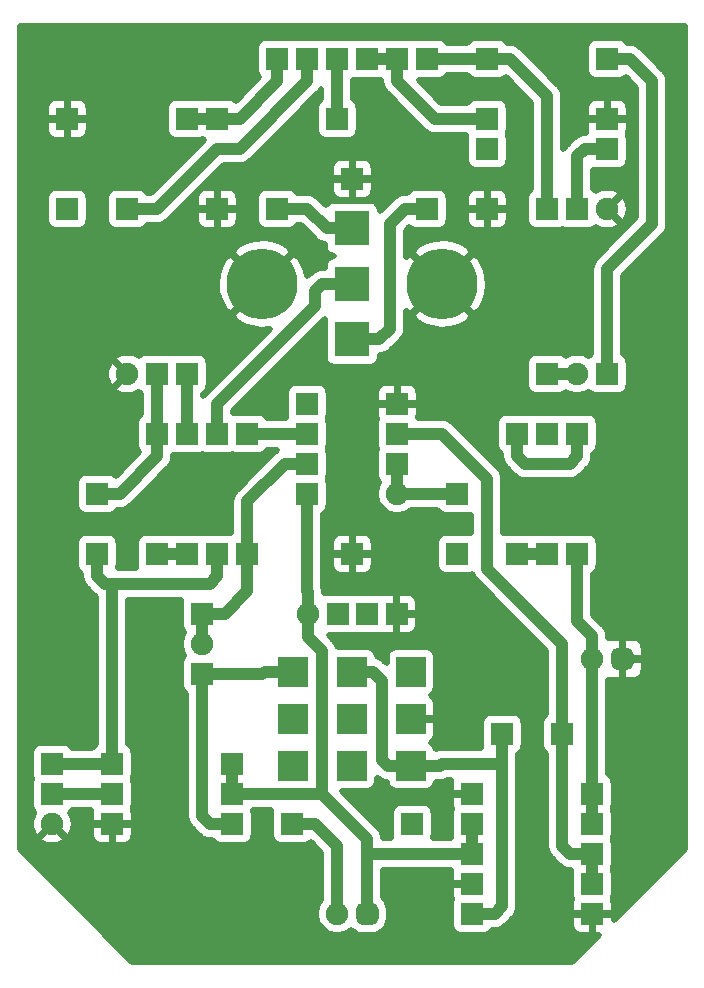
<source format=gbr>
G04 #@! TF.GenerationSoftware,KiCad,Pcbnew,5.1.6-c6e7f7d~87~ubuntu19.10.1*
G04 #@! TF.CreationDate,2022-03-29T21:36:28+06:00*
G04 #@! TF.ProjectId,__________________________r1b,4240353c-3e3b-43e5-9f41-3048385f3e33,1B*
G04 #@! TF.SameCoordinates,Original*
G04 #@! TF.FileFunction,Copper,L2,Bot*
G04 #@! TF.FilePolarity,Positive*
%FSLAX46Y46*%
G04 Gerber Fmt 4.6, Leading zero omitted, Abs format (unit mm)*
G04 Created by KiCad (PCBNEW 5.1.6-c6e7f7d~87~ubuntu19.10.1) date 2022-03-29 21:36:28*
%MOMM*%
%LPD*%
G01*
G04 APERTURE LIST*
G04 #@! TA.AperFunction,ComponentPad*
%ADD10R,2.500000X2.500000*%
G04 #@! TD*
G04 #@! TA.AperFunction,ComponentPad*
%ADD11C,6.000000*%
G04 #@! TD*
G04 #@! TA.AperFunction,ComponentPad*
%ADD12R,1.900000X1.900000*%
G04 #@! TD*
G04 #@! TA.AperFunction,ComponentPad*
%ADD13C,1.900000*%
G04 #@! TD*
G04 #@! TA.AperFunction,ComponentPad*
%ADD14R,3.000000X3.000000*%
G04 #@! TD*
G04 #@! TA.AperFunction,Conductor*
%ADD15C,1.000000*%
G04 #@! TD*
G04 #@! TA.AperFunction,Conductor*
%ADD16C,0.500000*%
G04 #@! TD*
G04 APERTURE END LIST*
D10*
X110410000Y-184150000D03*
X110410000Y-188150000D03*
X110410000Y-180150000D03*
X105410000Y-184150000D03*
X105410000Y-188150000D03*
X105410000Y-180150000D03*
X100410000Y-180150000D03*
X100410000Y-184150000D03*
X100410000Y-188150000D03*
D11*
X97790000Y-147320000D03*
X113030000Y-147320000D03*
D12*
X127000000Y-128270000D03*
X116840000Y-128270000D03*
X127000000Y-154940000D03*
D13*
X124460000Y-154940000D03*
D12*
X121920000Y-154940000D03*
X125730000Y-200660000D03*
X115570000Y-200660000D03*
D13*
X101660000Y-175260000D03*
D12*
X104160000Y-175260000D03*
X106660000Y-175260000D03*
X109160000Y-175260000D03*
X92710000Y-175260000D03*
D13*
X92710000Y-177800000D03*
D12*
X92710000Y-180340000D03*
X106680000Y-128270000D03*
X99060000Y-128270000D03*
X104140000Y-128270000D03*
X101600000Y-128270000D03*
X109220000Y-128270000D03*
X111760000Y-128270000D03*
D13*
X80010000Y-193040000D03*
D12*
X80010000Y-190500000D03*
X80010000Y-187960000D03*
D13*
X86360000Y-154940000D03*
D12*
X88900000Y-154940000D03*
X91440000Y-154940000D03*
D13*
X127000000Y-140970000D03*
D12*
X124460000Y-140970000D03*
X121920000Y-140970000D03*
X105410000Y-138430000D03*
D14*
X105410000Y-152020000D03*
X105410000Y-147320000D03*
X105410000Y-142620000D03*
D12*
X119380000Y-160020000D03*
X119380000Y-170180000D03*
X85090000Y-193040000D03*
X95250000Y-193040000D03*
X115570000Y-190500000D03*
X125730000Y-190500000D03*
X125730000Y-193040000D03*
X115570000Y-193040000D03*
X124460000Y-170180000D03*
X124460000Y-160020000D03*
X121920000Y-160020000D03*
X121920000Y-170180000D03*
D13*
X125730000Y-179070000D03*
G04 #@! TA.AperFunction,ComponentPad*
G36*
G01*
X127320000Y-179450000D02*
X127320000Y-178690000D01*
G75*
G02*
X127890000Y-178120000I570000J0D01*
G01*
X128650000Y-178120000D01*
G75*
G02*
X129220000Y-178690000I0J-570000D01*
G01*
X129220000Y-179450000D01*
G75*
G02*
X128650000Y-180020000I-570000J0D01*
G01*
X127890000Y-180020000D01*
G75*
G02*
X127320000Y-179450000I0J570000D01*
G01*
G37*
G04 #@! TD.AperFunction*
X104140000Y-200660000D03*
G04 #@! TA.AperFunction,ComponentPad*
G36*
G01*
X105730000Y-201040000D02*
X105730000Y-200280000D01*
G75*
G02*
X106300000Y-199710000I570000J0D01*
G01*
X107060000Y-199710000D01*
G75*
G02*
X107630000Y-200280000I0J-570000D01*
G01*
X107630000Y-201040000D01*
G75*
G02*
X107060000Y-201610000I-570000J0D01*
G01*
X106300000Y-201610000D01*
G75*
G02*
X105730000Y-201040000I0J570000D01*
G01*
G37*
G04 #@! TD.AperFunction*
D12*
X104140000Y-133350000D03*
X93980000Y-133350000D03*
X81280000Y-133350000D03*
X91440000Y-133350000D03*
X127000000Y-133350000D03*
X116840000Y-133350000D03*
X125730000Y-195580000D03*
X115570000Y-195580000D03*
X115570000Y-198120000D03*
X125730000Y-198120000D03*
X101600000Y-165100000D03*
X101600000Y-162560000D03*
X101600000Y-160020000D03*
X101600000Y-157480000D03*
X109220000Y-157480000D03*
X109220000Y-160020000D03*
X109220000Y-162560000D03*
D13*
X109220000Y-165100000D03*
D12*
X114300000Y-170180000D03*
X114300000Y-165100000D03*
X118110000Y-185420000D03*
X123190000Y-185420000D03*
X127000000Y-135890000D03*
X116840000Y-135890000D03*
X116840000Y-140970000D03*
X111760000Y-140970000D03*
X93980000Y-140970000D03*
X99060000Y-140970000D03*
X95250000Y-190500000D03*
X85090000Y-190500000D03*
X95250000Y-187960000D03*
X85090000Y-187960000D03*
X91440000Y-160020000D03*
X91440000Y-170180000D03*
X88900000Y-160020000D03*
X88900000Y-170180000D03*
X93980000Y-160020000D03*
X93980000Y-170180000D03*
X81280000Y-140970000D03*
X86360000Y-140970000D03*
X83820000Y-170180000D03*
X83820000Y-165100000D03*
X100330000Y-193040000D03*
X110490000Y-193040000D03*
X96520000Y-170180000D03*
X96520000Y-160020000D03*
X105410000Y-170180000D03*
D15*
X100330000Y-193040000D02*
X102235000Y-193040000D01*
X102235000Y-193040000D02*
X104140000Y-194945000D01*
X104140000Y-194945000D02*
X104140000Y-200660000D01*
X88900000Y-170180000D02*
X91440000Y-170180000D01*
X101600000Y-173355000D02*
X101600000Y-165100000D01*
X101660000Y-173415000D02*
X101600000Y-173355000D01*
X101660000Y-175260000D02*
X101660000Y-173415000D01*
X95250000Y-187960000D02*
X95250000Y-190500000D01*
X95250000Y-190500000D02*
X102870000Y-190500000D01*
X101660000Y-175260000D02*
X101660000Y-177225000D01*
X101660000Y-177225000D02*
X102870000Y-178435000D01*
X102870000Y-178435000D02*
X102870000Y-190500000D01*
X102870000Y-190500000D02*
X106680000Y-194310000D01*
X106680000Y-194310000D02*
X106680000Y-195580000D01*
X106680000Y-195580000D02*
X106680000Y-200660000D01*
X115570000Y-193040000D02*
X115570000Y-195580000D01*
X106680000Y-195580000D02*
X115570000Y-195580000D01*
X112840000Y-188150000D02*
X110410000Y-188150000D01*
X118110000Y-187960000D02*
X113030000Y-187960000D01*
X113030000Y-187960000D02*
X112840000Y-188150000D01*
X118110000Y-185420000D02*
X118110000Y-187960000D01*
X107125000Y-180150000D02*
X105410000Y-180150000D01*
X107950000Y-180975000D02*
X107125000Y-180150000D01*
X107950000Y-187642500D02*
X107950000Y-180975000D01*
X108457500Y-188150000D02*
X107950000Y-187642500D01*
X110410000Y-188150000D02*
X108457500Y-188150000D01*
X117475000Y-200660000D02*
X118110000Y-200025000D01*
X118110000Y-187960000D02*
X118110000Y-200025000D01*
X117475000Y-200660000D02*
X115570000Y-200660000D01*
X97980000Y-180150000D02*
X100410000Y-180150000D01*
X97790000Y-180340000D02*
X97980000Y-180150000D01*
X92710000Y-180340000D02*
X97790000Y-180340000D01*
X92710000Y-192405000D02*
X93345000Y-193040000D01*
X93345000Y-193040000D02*
X95250000Y-193040000D01*
X92710000Y-180340000D02*
X92710000Y-192405000D01*
X105410000Y-152020000D02*
X107695000Y-152020000D01*
X107695000Y-152020000D02*
X108585000Y-151130000D01*
X109855000Y-140970000D02*
X108585000Y-142240000D01*
X111760000Y-140970000D02*
X109855000Y-140970000D01*
X108585000Y-142240000D02*
X108585000Y-151130000D01*
X101600000Y-140970000D02*
X99060000Y-140970000D01*
X103250000Y-142620000D02*
X101600000Y-140970000D01*
X105410000Y-142620000D02*
X103250000Y-142620000D01*
X123190000Y-177800000D02*
X123190000Y-185420000D01*
X116840000Y-171450000D02*
X123190000Y-177800000D01*
X116840000Y-163830000D02*
X116840000Y-171450000D01*
X113030000Y-160020000D02*
X116840000Y-163830000D01*
X109220000Y-160020000D02*
X113030000Y-160020000D01*
X125730000Y-195580000D02*
X125730000Y-198120000D01*
X123190000Y-185420000D02*
X123190000Y-194945000D01*
X123190000Y-194945000D02*
X123825000Y-195580000D01*
X123825000Y-195580000D02*
X125730000Y-195580000D01*
X119380000Y-161925000D02*
X120015000Y-162560000D01*
X119380000Y-160020000D02*
X119380000Y-161925000D01*
X123825000Y-162560000D02*
X124460000Y-161925000D01*
X120015000Y-162560000D02*
X123825000Y-162560000D01*
X124460000Y-161925000D02*
X124460000Y-160020000D01*
X125730000Y-177165000D02*
X125730000Y-179070000D01*
X124460000Y-175895000D02*
X125730000Y-177165000D01*
X124460000Y-170180000D02*
X124460000Y-175895000D01*
X125730000Y-179070000D02*
X125730000Y-190500000D01*
X125730000Y-190500000D02*
X125730000Y-193040000D01*
X121920000Y-154940000D02*
X124460000Y-154940000D01*
X96520000Y-160020000D02*
X101600000Y-160020000D01*
X93980000Y-172085000D02*
X93980000Y-170180000D01*
X93345000Y-172720000D02*
X93980000Y-172085000D01*
X85090000Y-172720000D02*
X93345000Y-172720000D01*
X83820000Y-170180000D02*
X83820000Y-172085000D01*
X83820000Y-172085000D02*
X84455000Y-172720000D01*
X84455000Y-172720000D02*
X85090000Y-172720000D01*
X80010000Y-187960000D02*
X85090000Y-187960000D01*
X85090000Y-187960000D02*
X85090000Y-172720000D01*
X106680000Y-128270000D02*
X109220000Y-128270000D01*
X109220000Y-130175000D02*
X112395000Y-133350000D01*
X109220000Y-128270000D02*
X109220000Y-130175000D01*
X112395000Y-133350000D02*
X116840000Y-133350000D01*
X109220000Y-162560000D02*
X109220000Y-165100000D01*
X109220000Y-165100000D02*
X114300000Y-165100000D01*
X119380000Y-170180000D02*
X121920000Y-170180000D01*
X128905000Y-128270000D02*
X130810000Y-130175000D01*
X127000000Y-128270000D02*
X128905000Y-128270000D01*
X127000000Y-146050000D02*
X127000000Y-154940000D01*
X130810000Y-142240000D02*
X127000000Y-146050000D01*
X130810000Y-130175000D02*
X130810000Y-142240000D01*
X95885000Y-135890000D02*
X101600000Y-130175000D01*
X93980000Y-135890000D02*
X95885000Y-135890000D01*
X88900000Y-140970000D02*
X93980000Y-135890000D01*
X86360000Y-140970000D02*
X88900000Y-140970000D01*
X101600000Y-130175000D02*
X101600000Y-128270000D01*
X80010000Y-190500000D02*
X85090000Y-190500000D01*
X92710000Y-175260000D02*
X92710000Y-177800000D01*
X96520000Y-165735000D02*
X99695000Y-162560000D01*
X99695000Y-162560000D02*
X101600000Y-162560000D01*
X96520000Y-170180000D02*
X96520000Y-165735000D01*
X96520000Y-173355000D02*
X96520000Y-170180000D01*
X94615000Y-175260000D02*
X96520000Y-173355000D01*
X92710000Y-175260000D02*
X94615000Y-175260000D01*
X88900000Y-154940000D02*
X88900000Y-160020000D01*
X88900000Y-161925000D02*
X88900000Y-160020000D01*
X85725000Y-165100000D02*
X88900000Y-161925000D01*
X83820000Y-165100000D02*
X85725000Y-165100000D01*
X95885000Y-133350000D02*
X99060000Y-130175000D01*
X93980000Y-133350000D02*
X95885000Y-133350000D01*
X99060000Y-128270000D02*
X99060000Y-130175000D01*
X91440000Y-133350000D02*
X93980000Y-133350000D01*
X91440000Y-154940000D02*
X91440000Y-160020000D01*
X104140000Y-128270000D02*
X104140000Y-133350000D01*
X118745000Y-128270000D02*
X121920000Y-131445000D01*
X116840000Y-128270000D02*
X118745000Y-128270000D01*
X111760000Y-128270000D02*
X116840000Y-128270000D01*
X121920000Y-131445000D02*
X121920000Y-140970000D01*
X124460000Y-136525000D02*
X125095000Y-135890000D01*
X125095000Y-135890000D02*
X127000000Y-135890000D01*
X124460000Y-140970000D02*
X124460000Y-136525000D01*
X93980000Y-157480000D02*
X102235000Y-149225000D01*
X93980000Y-160020000D02*
X93980000Y-157480000D01*
X102235000Y-147955000D02*
X102235000Y-149225000D01*
X102870000Y-147320000D02*
X102235000Y-147955000D01*
X105410000Y-147320000D02*
X102870000Y-147320000D01*
D16*
G36*
X133570001Y-195145075D02*
G01*
X127531562Y-201183515D01*
X127530000Y-200922500D01*
X127317500Y-200710000D01*
X125780000Y-200710000D01*
X125780000Y-202247500D01*
X125992500Y-202460000D01*
X126253515Y-202461562D01*
X124025077Y-204690000D01*
X86794924Y-204690000D01*
X77250000Y-195145077D01*
X77250000Y-194203492D01*
X78917219Y-194203492D01*
X78987724Y-194532107D01*
X79298463Y-194702873D01*
X79636545Y-194809735D01*
X79988979Y-194848587D01*
X80342221Y-194817936D01*
X80682695Y-194718961D01*
X80997318Y-194555463D01*
X81032276Y-194532107D01*
X81102781Y-194203492D01*
X80010000Y-193110711D01*
X78917219Y-194203492D01*
X77250000Y-194203492D01*
X77250000Y-193018979D01*
X78201413Y-193018979D01*
X78232064Y-193372221D01*
X78331039Y-193712695D01*
X78494537Y-194027318D01*
X78517893Y-194062276D01*
X78846508Y-194132781D01*
X79939289Y-193040000D01*
X79925147Y-193025858D01*
X79995858Y-192955147D01*
X80010000Y-192969289D01*
X80024142Y-192955147D01*
X80094853Y-193025858D01*
X80080711Y-193040000D01*
X81173492Y-194132781D01*
X81502107Y-194062276D01*
X81541826Y-193990000D01*
X83285887Y-193990000D01*
X83302299Y-194156629D01*
X83350902Y-194316855D01*
X83429831Y-194464520D01*
X83536051Y-194593949D01*
X83665480Y-194700169D01*
X83813145Y-194779098D01*
X83973371Y-194827701D01*
X84140000Y-194844113D01*
X84827500Y-194840000D01*
X85040000Y-194627500D01*
X85040000Y-193090000D01*
X85140000Y-193090000D01*
X85140000Y-194627500D01*
X85352500Y-194840000D01*
X86040000Y-194844113D01*
X86206629Y-194827701D01*
X86366855Y-194779098D01*
X86514520Y-194700169D01*
X86643949Y-194593949D01*
X86750169Y-194464520D01*
X86829098Y-194316855D01*
X86877701Y-194156629D01*
X86894113Y-193990000D01*
X86890000Y-193302500D01*
X86677500Y-193090000D01*
X85140000Y-193090000D01*
X85040000Y-193090000D01*
X83502500Y-193090000D01*
X83290000Y-193302500D01*
X83285887Y-193990000D01*
X81541826Y-193990000D01*
X81672873Y-193751537D01*
X81779735Y-193413455D01*
X81818587Y-193061021D01*
X81787936Y-192707779D01*
X81688961Y-192367305D01*
X81537430Y-192075711D01*
X81563948Y-192053948D01*
X81670168Y-191924519D01*
X81710000Y-191850000D01*
X83324555Y-191850000D01*
X83302299Y-191923371D01*
X83285887Y-192090000D01*
X83290000Y-192777500D01*
X83502500Y-192990000D01*
X85040000Y-192990000D01*
X85040000Y-192970000D01*
X85140000Y-192970000D01*
X85140000Y-192990000D01*
X86677500Y-192990000D01*
X86890000Y-192777500D01*
X86894113Y-192090000D01*
X86877701Y-191923371D01*
X86831177Y-191769998D01*
X86877700Y-191616629D01*
X86894112Y-191450000D01*
X86894112Y-189550000D01*
X86877700Y-189383371D01*
X86831176Y-189230000D01*
X86877700Y-189076629D01*
X86894112Y-188910000D01*
X86894112Y-187010000D01*
X86877700Y-186843371D01*
X86829097Y-186683145D01*
X86750168Y-186535481D01*
X86643948Y-186406052D01*
X86514519Y-186299832D01*
X86440000Y-186260000D01*
X86440000Y-174070000D01*
X90944556Y-174070000D01*
X90922300Y-174143371D01*
X90905888Y-174310000D01*
X90905888Y-176210000D01*
X90922300Y-176376629D01*
X90970903Y-176536855D01*
X91049832Y-176684519D01*
X91156052Y-176813948D01*
X91187030Y-176839371D01*
X91114861Y-176947380D01*
X90979173Y-177274959D01*
X90910000Y-177622716D01*
X90910000Y-177977284D01*
X90979173Y-178325041D01*
X91114861Y-178652620D01*
X91187030Y-178760629D01*
X91156052Y-178786052D01*
X91049832Y-178915481D01*
X90970903Y-179063145D01*
X90922300Y-179223371D01*
X90905888Y-179390000D01*
X90905888Y-181290000D01*
X90922300Y-181456629D01*
X90970903Y-181616855D01*
X91049832Y-181764519D01*
X91156052Y-181893948D01*
X91285481Y-182000168D01*
X91360000Y-182040000D01*
X91360001Y-192338671D01*
X91353468Y-192405000D01*
X91379534Y-192669646D01*
X91456729Y-192924122D01*
X91582085Y-193158649D01*
X91708510Y-193312698D01*
X91708514Y-193312702D01*
X91750788Y-193364213D01*
X91802300Y-193406487D01*
X92343505Y-193947692D01*
X92385787Y-193999213D01*
X92591351Y-194167915D01*
X92635197Y-194191351D01*
X92825877Y-194293272D01*
X92881022Y-194310000D01*
X93080354Y-194370467D01*
X93278679Y-194390000D01*
X93278681Y-194390000D01*
X93345000Y-194396532D01*
X93411319Y-194390000D01*
X93550000Y-194390000D01*
X93589832Y-194464519D01*
X93696052Y-194593948D01*
X93825481Y-194700168D01*
X93973145Y-194779097D01*
X94133371Y-194827700D01*
X94300000Y-194844112D01*
X96200000Y-194844112D01*
X96366629Y-194827700D01*
X96526855Y-194779097D01*
X96674519Y-194700168D01*
X96803948Y-194593948D01*
X96910168Y-194464519D01*
X96989097Y-194316855D01*
X97037700Y-194156629D01*
X97054112Y-193990000D01*
X97054112Y-192090000D01*
X97037700Y-191923371D01*
X97015444Y-191850000D01*
X98564556Y-191850000D01*
X98542300Y-191923371D01*
X98525888Y-192090000D01*
X98525888Y-193990000D01*
X98542300Y-194156629D01*
X98590903Y-194316855D01*
X98669832Y-194464519D01*
X98776052Y-194593948D01*
X98905481Y-194700168D01*
X99053145Y-194779097D01*
X99213371Y-194827700D01*
X99380000Y-194844112D01*
X101280000Y-194844112D01*
X101446629Y-194827700D01*
X101606855Y-194779097D01*
X101754519Y-194700168D01*
X101881648Y-194595836D01*
X102790000Y-195504189D01*
X102790001Y-199464415D01*
X102741849Y-199512567D01*
X102544861Y-199807380D01*
X102409173Y-200134959D01*
X102340000Y-200482716D01*
X102340000Y-200837284D01*
X102409173Y-201185041D01*
X102544861Y-201512620D01*
X102741849Y-201807433D01*
X102992567Y-202058151D01*
X103287380Y-202255139D01*
X103614959Y-202390827D01*
X103962716Y-202460000D01*
X104317284Y-202460000D01*
X104665041Y-202390827D01*
X104992620Y-202255139D01*
X105287433Y-202058151D01*
X105296068Y-202049516D01*
X105508806Y-202224106D01*
X105755016Y-202355708D01*
X106022170Y-202436748D01*
X106300000Y-202464112D01*
X107060000Y-202464112D01*
X107337830Y-202436748D01*
X107604984Y-202355708D01*
X107851194Y-202224106D01*
X108066999Y-202046999D01*
X108244106Y-201831194D01*
X108375708Y-201584984D01*
X108456748Y-201317830D01*
X108484112Y-201040000D01*
X108484112Y-200280000D01*
X108456748Y-200002170D01*
X108375708Y-199735016D01*
X108244106Y-199488806D01*
X108066999Y-199273001D01*
X108030000Y-199242637D01*
X108030000Y-196930000D01*
X113804555Y-196930000D01*
X113782299Y-197003371D01*
X113765887Y-197170000D01*
X113770000Y-197857500D01*
X113982500Y-198070000D01*
X115520000Y-198070000D01*
X115520000Y-198050000D01*
X115620000Y-198050000D01*
X115620000Y-198070000D01*
X115640000Y-198070000D01*
X115640000Y-198170000D01*
X115620000Y-198170000D01*
X115620000Y-198190000D01*
X115520000Y-198190000D01*
X115520000Y-198170000D01*
X113982500Y-198170000D01*
X113770000Y-198382500D01*
X113765887Y-199070000D01*
X113782299Y-199236629D01*
X113828823Y-199390002D01*
X113782300Y-199543371D01*
X113765888Y-199710000D01*
X113765888Y-201610000D01*
X113782300Y-201776629D01*
X113830903Y-201936855D01*
X113909832Y-202084519D01*
X114016052Y-202213948D01*
X114145481Y-202320168D01*
X114293145Y-202399097D01*
X114453371Y-202447700D01*
X114620000Y-202464112D01*
X116520000Y-202464112D01*
X116686629Y-202447700D01*
X116846855Y-202399097D01*
X116994519Y-202320168D01*
X117123948Y-202213948D01*
X117230168Y-202084519D01*
X117270000Y-202010000D01*
X117408681Y-202010000D01*
X117475000Y-202016532D01*
X117541319Y-202010000D01*
X117541321Y-202010000D01*
X117739646Y-201990467D01*
X117994122Y-201913272D01*
X118228649Y-201787915D01*
X118434213Y-201619213D01*
X118441773Y-201610000D01*
X123925887Y-201610000D01*
X123942299Y-201776629D01*
X123990902Y-201936855D01*
X124069831Y-202084520D01*
X124176051Y-202213949D01*
X124305480Y-202320169D01*
X124453145Y-202399098D01*
X124613371Y-202447701D01*
X124780000Y-202464113D01*
X125467500Y-202460000D01*
X125680000Y-202247500D01*
X125680000Y-200710000D01*
X124142500Y-200710000D01*
X123930000Y-200922500D01*
X123925887Y-201610000D01*
X118441773Y-201610000D01*
X118476492Y-201567696D01*
X119017692Y-201026495D01*
X119069213Y-200984213D01*
X119237915Y-200778649D01*
X119328060Y-200610000D01*
X119363272Y-200544123D01*
X119381899Y-200482716D01*
X119440467Y-200289646D01*
X119460000Y-200091321D01*
X119460000Y-200091319D01*
X119466532Y-200025000D01*
X119460000Y-199958681D01*
X119460000Y-188026320D01*
X119466532Y-187960000D01*
X119460000Y-187893679D01*
X119460000Y-187120000D01*
X119534519Y-187080168D01*
X119663948Y-186973948D01*
X119770168Y-186844519D01*
X119849097Y-186696855D01*
X119897700Y-186536629D01*
X119914112Y-186370000D01*
X119914112Y-184470000D01*
X119897700Y-184303371D01*
X119849097Y-184143145D01*
X119770168Y-183995481D01*
X119663948Y-183866052D01*
X119534519Y-183759832D01*
X119386855Y-183680903D01*
X119226629Y-183632300D01*
X119060000Y-183615888D01*
X117160000Y-183615888D01*
X116993371Y-183632300D01*
X116833145Y-183680903D01*
X116685481Y-183759832D01*
X116556052Y-183866052D01*
X116449832Y-183995481D01*
X116370903Y-184143145D01*
X116322300Y-184303371D01*
X116305888Y-184470000D01*
X116305888Y-186370000D01*
X116322300Y-186536629D01*
X116344556Y-186610000D01*
X113096319Y-186610000D01*
X113030000Y-186603468D01*
X112963681Y-186610000D01*
X112963679Y-186610000D01*
X112765354Y-186629533D01*
X112510878Y-186706728D01*
X112492584Y-186716506D01*
X112449097Y-186573145D01*
X112370168Y-186425481D01*
X112263948Y-186296052D01*
X112134519Y-186189832D01*
X112060001Y-186150001D01*
X112134520Y-186110169D01*
X112263949Y-186003949D01*
X112370169Y-185874520D01*
X112449098Y-185726855D01*
X112497701Y-185566629D01*
X112514113Y-185400000D01*
X112510000Y-184412500D01*
X112297500Y-184200000D01*
X110460000Y-184200000D01*
X110460000Y-184220000D01*
X110360000Y-184220000D01*
X110360000Y-184200000D01*
X110340000Y-184200000D01*
X110340000Y-184100000D01*
X110360000Y-184100000D01*
X110360000Y-184080000D01*
X110460000Y-184080000D01*
X110460000Y-184100000D01*
X112297500Y-184100000D01*
X112510000Y-183887500D01*
X112514113Y-182900000D01*
X112497701Y-182733371D01*
X112449098Y-182573145D01*
X112370169Y-182425480D01*
X112263949Y-182296051D01*
X112134520Y-182189831D01*
X112060001Y-182149999D01*
X112134519Y-182110168D01*
X112263948Y-182003948D01*
X112370168Y-181874519D01*
X112449097Y-181726855D01*
X112497700Y-181566629D01*
X112514112Y-181400000D01*
X112514112Y-178900000D01*
X112497700Y-178733371D01*
X112449097Y-178573145D01*
X112370168Y-178425481D01*
X112263948Y-178296052D01*
X112134519Y-178189832D01*
X111986855Y-178110903D01*
X111826629Y-178062300D01*
X111660000Y-178045888D01*
X109160000Y-178045888D01*
X108993371Y-178062300D01*
X108833145Y-178110903D01*
X108685481Y-178189832D01*
X108556052Y-178296052D01*
X108449832Y-178425481D01*
X108370903Y-178573145D01*
X108322300Y-178733371D01*
X108305888Y-178900000D01*
X108305888Y-179421700D01*
X108126491Y-179242303D01*
X108084213Y-179190787D01*
X107878649Y-179022085D01*
X107644122Y-178896728D01*
X107509776Y-178855974D01*
X107497700Y-178733371D01*
X107449097Y-178573145D01*
X107370168Y-178425481D01*
X107263948Y-178296052D01*
X107134519Y-178189832D01*
X106986855Y-178110903D01*
X106826629Y-178062300D01*
X106660000Y-178045888D01*
X104162710Y-178045888D01*
X104123272Y-177915878D01*
X103997915Y-177681351D01*
X103949794Y-177622716D01*
X103871489Y-177527301D01*
X103871487Y-177527299D01*
X103829212Y-177475787D01*
X103777701Y-177433513D01*
X103408300Y-177064112D01*
X105110000Y-177064112D01*
X105276629Y-177047700D01*
X105410000Y-177007243D01*
X105543371Y-177047700D01*
X105710000Y-177064112D01*
X107610000Y-177064112D01*
X107776629Y-177047700D01*
X107909998Y-177007244D01*
X108043371Y-177047701D01*
X108210000Y-177064113D01*
X108897500Y-177060000D01*
X109110000Y-176847500D01*
X109110000Y-175310000D01*
X109210000Y-175310000D01*
X109210000Y-176847500D01*
X109422500Y-177060000D01*
X110110000Y-177064113D01*
X110276629Y-177047701D01*
X110436855Y-176999098D01*
X110584520Y-176920169D01*
X110713949Y-176813949D01*
X110820169Y-176684520D01*
X110899098Y-176536855D01*
X110947701Y-176376629D01*
X110964113Y-176210000D01*
X110960000Y-175522500D01*
X110747500Y-175310000D01*
X109210000Y-175310000D01*
X109110000Y-175310000D01*
X109090000Y-175310000D01*
X109090000Y-175210000D01*
X109110000Y-175210000D01*
X109110000Y-173672500D01*
X109210000Y-173672500D01*
X109210000Y-175210000D01*
X110747500Y-175210000D01*
X110960000Y-174997500D01*
X110964113Y-174310000D01*
X110947701Y-174143371D01*
X110899098Y-173983145D01*
X110820169Y-173835480D01*
X110713949Y-173706051D01*
X110584520Y-173599831D01*
X110436855Y-173520902D01*
X110276629Y-173472299D01*
X110110000Y-173455887D01*
X109422500Y-173460000D01*
X109210000Y-173672500D01*
X109110000Y-173672500D01*
X108897500Y-173460000D01*
X108210000Y-173455887D01*
X108043371Y-173472299D01*
X107909998Y-173512756D01*
X107776629Y-173472300D01*
X107610000Y-173455888D01*
X105710000Y-173455888D01*
X105543371Y-173472300D01*
X105410000Y-173512757D01*
X105276629Y-173472300D01*
X105110000Y-173455888D01*
X103210000Y-173455888D01*
X103043371Y-173472300D01*
X103010000Y-173482423D01*
X103010000Y-173481319D01*
X103016532Y-173415000D01*
X103008975Y-173338272D01*
X102990467Y-173150354D01*
X102950000Y-173016953D01*
X102950000Y-171130000D01*
X103605887Y-171130000D01*
X103622299Y-171296629D01*
X103670902Y-171456855D01*
X103749831Y-171604520D01*
X103856051Y-171733949D01*
X103985480Y-171840169D01*
X104133145Y-171919098D01*
X104293371Y-171967701D01*
X104460000Y-171984113D01*
X105147500Y-171980000D01*
X105360000Y-171767500D01*
X105360000Y-170230000D01*
X105460000Y-170230000D01*
X105460000Y-171767500D01*
X105672500Y-171980000D01*
X106360000Y-171984113D01*
X106526629Y-171967701D01*
X106686855Y-171919098D01*
X106834520Y-171840169D01*
X106963949Y-171733949D01*
X107070169Y-171604520D01*
X107149098Y-171456855D01*
X107197701Y-171296629D01*
X107214113Y-171130000D01*
X107210000Y-170442500D01*
X106997500Y-170230000D01*
X105460000Y-170230000D01*
X105360000Y-170230000D01*
X103822500Y-170230000D01*
X103610000Y-170442500D01*
X103605887Y-171130000D01*
X102950000Y-171130000D01*
X102950000Y-169230000D01*
X103605887Y-169230000D01*
X103610000Y-169917500D01*
X103822500Y-170130000D01*
X105360000Y-170130000D01*
X105360000Y-168592500D01*
X105460000Y-168592500D01*
X105460000Y-170130000D01*
X106997500Y-170130000D01*
X107210000Y-169917500D01*
X107214113Y-169230000D01*
X107197701Y-169063371D01*
X107149098Y-168903145D01*
X107070169Y-168755480D01*
X106963949Y-168626051D01*
X106834520Y-168519831D01*
X106686855Y-168440902D01*
X106526629Y-168392299D01*
X106360000Y-168375887D01*
X105672500Y-168380000D01*
X105460000Y-168592500D01*
X105360000Y-168592500D01*
X105147500Y-168380000D01*
X104460000Y-168375887D01*
X104293371Y-168392299D01*
X104133145Y-168440902D01*
X103985480Y-168519831D01*
X103856051Y-168626051D01*
X103749831Y-168755480D01*
X103670902Y-168903145D01*
X103622299Y-169063371D01*
X103605887Y-169230000D01*
X102950000Y-169230000D01*
X102950000Y-166800000D01*
X103024519Y-166760168D01*
X103153948Y-166653948D01*
X103260168Y-166524519D01*
X103339097Y-166376855D01*
X103387700Y-166216629D01*
X103404112Y-166050000D01*
X103404112Y-164150000D01*
X103387700Y-163983371D01*
X103341176Y-163830000D01*
X103387700Y-163676629D01*
X103404112Y-163510000D01*
X103404112Y-161610000D01*
X103387700Y-161443371D01*
X103341176Y-161290000D01*
X103387700Y-161136629D01*
X103404112Y-160970000D01*
X103404112Y-159070000D01*
X103387700Y-158903371D01*
X103341176Y-158750000D01*
X103387700Y-158596629D01*
X103404112Y-158430000D01*
X107415887Y-158430000D01*
X107432299Y-158596629D01*
X107478823Y-158750002D01*
X107432300Y-158903371D01*
X107415888Y-159070000D01*
X107415888Y-160970000D01*
X107432300Y-161136629D01*
X107478824Y-161290000D01*
X107432300Y-161443371D01*
X107415888Y-161610000D01*
X107415888Y-163510000D01*
X107432300Y-163676629D01*
X107480903Y-163836855D01*
X107559832Y-163984519D01*
X107666052Y-164113948D01*
X107697030Y-164139371D01*
X107624861Y-164247380D01*
X107489173Y-164574959D01*
X107420000Y-164922716D01*
X107420000Y-165277284D01*
X107489173Y-165625041D01*
X107624861Y-165952620D01*
X107821849Y-166247433D01*
X108072567Y-166498151D01*
X108367380Y-166695139D01*
X108694959Y-166830827D01*
X109042716Y-166900000D01*
X109397284Y-166900000D01*
X109745041Y-166830827D01*
X110072620Y-166695139D01*
X110367433Y-166498151D01*
X110415584Y-166450000D01*
X112600000Y-166450000D01*
X112639832Y-166524519D01*
X112746052Y-166653948D01*
X112875481Y-166760168D01*
X113023145Y-166839097D01*
X113183371Y-166887700D01*
X113350000Y-166904112D01*
X115250000Y-166904112D01*
X115416629Y-166887700D01*
X115490000Y-166865443D01*
X115490001Y-168414557D01*
X115416629Y-168392300D01*
X115250000Y-168375888D01*
X113350000Y-168375888D01*
X113183371Y-168392300D01*
X113023145Y-168440903D01*
X112875481Y-168519832D01*
X112746052Y-168626052D01*
X112639832Y-168755481D01*
X112560903Y-168903145D01*
X112512300Y-169063371D01*
X112495888Y-169230000D01*
X112495888Y-171130000D01*
X112512300Y-171296629D01*
X112560903Y-171456855D01*
X112639832Y-171604519D01*
X112746052Y-171733948D01*
X112875481Y-171840168D01*
X113023145Y-171919097D01*
X113183371Y-171967700D01*
X113350000Y-171984112D01*
X115250000Y-171984112D01*
X115416629Y-171967700D01*
X115572001Y-171920570D01*
X115586729Y-171969122D01*
X115712085Y-172203649D01*
X115838510Y-172357698D01*
X115838514Y-172357702D01*
X115880788Y-172409213D01*
X115932299Y-172451487D01*
X121840000Y-178359189D01*
X121840001Y-183720000D01*
X121765481Y-183759832D01*
X121636052Y-183866052D01*
X121529832Y-183995481D01*
X121450903Y-184143145D01*
X121402300Y-184303371D01*
X121385888Y-184470000D01*
X121385888Y-186370000D01*
X121402300Y-186536629D01*
X121450903Y-186696855D01*
X121529832Y-186844519D01*
X121636052Y-186973948D01*
X121765481Y-187080168D01*
X121840000Y-187120000D01*
X121840001Y-194878671D01*
X121833468Y-194945000D01*
X121859534Y-195209646D01*
X121936729Y-195464122D01*
X122062085Y-195698649D01*
X122188510Y-195852698D01*
X122188514Y-195852702D01*
X122230788Y-195904213D01*
X122282300Y-195946487D01*
X122823505Y-196487692D01*
X122865787Y-196539213D01*
X123071351Y-196707915D01*
X123188614Y-196770593D01*
X123305877Y-196833272D01*
X123365105Y-196851239D01*
X123560354Y-196910467D01*
X123758679Y-196930000D01*
X123758681Y-196930000D01*
X123825000Y-196936532D01*
X123891319Y-196930000D01*
X123964556Y-196930000D01*
X123942300Y-197003371D01*
X123925888Y-197170000D01*
X123925888Y-199070000D01*
X123942300Y-199236629D01*
X123988823Y-199389998D01*
X123942299Y-199543371D01*
X123925887Y-199710000D01*
X123930000Y-200397500D01*
X124142500Y-200610000D01*
X125680000Y-200610000D01*
X125680000Y-200590000D01*
X125780000Y-200590000D01*
X125780000Y-200610000D01*
X127317500Y-200610000D01*
X127530000Y-200397500D01*
X127534113Y-199710000D01*
X127517701Y-199543371D01*
X127471177Y-199389998D01*
X127517700Y-199236629D01*
X127534112Y-199070000D01*
X127534112Y-197170000D01*
X127517700Y-197003371D01*
X127471176Y-196850000D01*
X127517700Y-196696629D01*
X127534112Y-196530000D01*
X127534112Y-194630000D01*
X127517700Y-194463371D01*
X127471176Y-194310000D01*
X127517700Y-194156629D01*
X127534112Y-193990000D01*
X127534112Y-192090000D01*
X127517700Y-191923371D01*
X127471176Y-191770000D01*
X127517700Y-191616629D01*
X127534112Y-191450000D01*
X127534112Y-189550000D01*
X127517700Y-189383371D01*
X127469097Y-189223145D01*
X127390168Y-189075481D01*
X127283948Y-188946052D01*
X127154519Y-188839832D01*
X127080000Y-188800000D01*
X127080000Y-180835445D01*
X127153371Y-180857701D01*
X127320000Y-180874113D01*
X128007500Y-180870000D01*
X128220000Y-180657500D01*
X128220000Y-179120000D01*
X128320000Y-179120000D01*
X128320000Y-180657500D01*
X128532500Y-180870000D01*
X129220000Y-180874113D01*
X129386629Y-180857701D01*
X129546855Y-180809098D01*
X129694520Y-180730169D01*
X129823949Y-180623949D01*
X129930169Y-180494520D01*
X130009098Y-180346855D01*
X130057701Y-180186629D01*
X130074113Y-180020000D01*
X130070000Y-179332500D01*
X129857500Y-179120000D01*
X128320000Y-179120000D01*
X128220000Y-179120000D01*
X128200000Y-179120000D01*
X128200000Y-179020000D01*
X128220000Y-179020000D01*
X128220000Y-177482500D01*
X128320000Y-177482500D01*
X128320000Y-179020000D01*
X129857500Y-179020000D01*
X130070000Y-178807500D01*
X130074113Y-178120000D01*
X130057701Y-177953371D01*
X130009098Y-177793145D01*
X129930169Y-177645480D01*
X129823949Y-177516051D01*
X129694520Y-177409831D01*
X129546855Y-177330902D01*
X129386629Y-177282299D01*
X129220000Y-177265887D01*
X128532500Y-177270000D01*
X128320000Y-177482500D01*
X128220000Y-177482500D01*
X128007500Y-177270000D01*
X127320000Y-177265887D01*
X127153371Y-177282299D01*
X127080000Y-177304555D01*
X127080000Y-177231310D01*
X127086531Y-177164999D01*
X127080000Y-177098688D01*
X127080000Y-177098679D01*
X127060467Y-176900354D01*
X126983272Y-176645878D01*
X126875082Y-176443468D01*
X126857915Y-176411350D01*
X126731490Y-176257301D01*
X126731483Y-176257294D01*
X126689212Y-176205787D01*
X126637706Y-176163517D01*
X125810000Y-175335812D01*
X125810000Y-171880000D01*
X125884519Y-171840168D01*
X126013948Y-171733948D01*
X126120168Y-171604519D01*
X126199097Y-171456855D01*
X126247700Y-171296629D01*
X126264112Y-171130000D01*
X126264112Y-169230000D01*
X126247700Y-169063371D01*
X126199097Y-168903145D01*
X126120168Y-168755481D01*
X126013948Y-168626052D01*
X125884519Y-168519832D01*
X125736855Y-168440903D01*
X125576629Y-168392300D01*
X125410000Y-168375888D01*
X123510000Y-168375888D01*
X123343371Y-168392300D01*
X123190000Y-168438824D01*
X123036629Y-168392300D01*
X122870000Y-168375888D01*
X120970000Y-168375888D01*
X120803371Y-168392300D01*
X120650000Y-168438824D01*
X120496629Y-168392300D01*
X120330000Y-168375888D01*
X118430000Y-168375888D01*
X118263371Y-168392300D01*
X118190000Y-168414556D01*
X118190000Y-163896319D01*
X118196532Y-163830000D01*
X118190000Y-163763679D01*
X118170467Y-163565354D01*
X118094113Y-163313649D01*
X118093272Y-163310877D01*
X117967915Y-163076350D01*
X117841490Y-162922302D01*
X117841487Y-162922299D01*
X117799212Y-162870787D01*
X117747701Y-162828513D01*
X114031491Y-159112303D01*
X113996774Y-159070000D01*
X117575888Y-159070000D01*
X117575888Y-160970000D01*
X117592300Y-161136629D01*
X117640903Y-161296855D01*
X117719832Y-161444519D01*
X117826052Y-161573948D01*
X117955481Y-161680168D01*
X118030001Y-161720000D01*
X118030001Y-161858672D01*
X118023468Y-161925000D01*
X118049534Y-162189646D01*
X118126729Y-162444122D01*
X118252085Y-162678649D01*
X118378510Y-162832698D01*
X118378514Y-162832702D01*
X118420788Y-162884213D01*
X118472300Y-162926487D01*
X119013505Y-163467692D01*
X119055787Y-163519213D01*
X119261351Y-163687915D01*
X119365284Y-163743468D01*
X119495877Y-163813272D01*
X119551022Y-163830000D01*
X119750354Y-163890467D01*
X119948679Y-163910000D01*
X119948681Y-163910000D01*
X120015000Y-163916532D01*
X120081319Y-163910000D01*
X123758681Y-163910000D01*
X123825000Y-163916532D01*
X123891319Y-163910000D01*
X123891321Y-163910000D01*
X124089646Y-163890467D01*
X124344122Y-163813272D01*
X124578649Y-163687915D01*
X124784213Y-163519213D01*
X124826492Y-163467696D01*
X125367696Y-162926491D01*
X125419212Y-162884213D01*
X125587915Y-162678649D01*
X125651334Y-162560000D01*
X125713272Y-162444123D01*
X125758400Y-162295355D01*
X125790467Y-162189646D01*
X125810000Y-161991321D01*
X125810000Y-161991319D01*
X125816532Y-161925000D01*
X125810000Y-161858681D01*
X125810000Y-161720000D01*
X125884519Y-161680168D01*
X126013948Y-161573948D01*
X126120168Y-161444519D01*
X126199097Y-161296855D01*
X126247700Y-161136629D01*
X126264112Y-160970000D01*
X126264112Y-159070000D01*
X126247700Y-158903371D01*
X126199097Y-158743145D01*
X126120168Y-158595481D01*
X126013948Y-158466052D01*
X125884519Y-158359832D01*
X125736855Y-158280903D01*
X125576629Y-158232300D01*
X125410000Y-158215888D01*
X123510000Y-158215888D01*
X123343371Y-158232300D01*
X123190000Y-158278824D01*
X123036629Y-158232300D01*
X122870000Y-158215888D01*
X120970000Y-158215888D01*
X120803371Y-158232300D01*
X120650000Y-158278824D01*
X120496629Y-158232300D01*
X120330000Y-158215888D01*
X118430000Y-158215888D01*
X118263371Y-158232300D01*
X118103145Y-158280903D01*
X117955481Y-158359832D01*
X117826052Y-158466052D01*
X117719832Y-158595481D01*
X117640903Y-158743145D01*
X117592300Y-158903371D01*
X117575888Y-159070000D01*
X113996774Y-159070000D01*
X113989213Y-159060787D01*
X113783649Y-158892085D01*
X113549122Y-158766728D01*
X113294646Y-158689533D01*
X113096321Y-158670000D01*
X113096319Y-158670000D01*
X113030000Y-158663468D01*
X112963681Y-158670000D01*
X110985445Y-158670000D01*
X111007701Y-158596629D01*
X111024113Y-158430000D01*
X111020000Y-157742500D01*
X110807500Y-157530000D01*
X109270000Y-157530000D01*
X109270000Y-157550000D01*
X109170000Y-157550000D01*
X109170000Y-157530000D01*
X107632500Y-157530000D01*
X107420000Y-157742500D01*
X107415887Y-158430000D01*
X103404112Y-158430000D01*
X103404112Y-156530000D01*
X107415887Y-156530000D01*
X107420000Y-157217500D01*
X107632500Y-157430000D01*
X109170000Y-157430000D01*
X109170000Y-155892500D01*
X109270000Y-155892500D01*
X109270000Y-157430000D01*
X110807500Y-157430000D01*
X111020000Y-157217500D01*
X111024113Y-156530000D01*
X111007701Y-156363371D01*
X110959098Y-156203145D01*
X110880169Y-156055480D01*
X110773949Y-155926051D01*
X110644520Y-155819831D01*
X110496855Y-155740902D01*
X110336629Y-155692299D01*
X110170000Y-155675887D01*
X109482500Y-155680000D01*
X109270000Y-155892500D01*
X109170000Y-155892500D01*
X108957500Y-155680000D01*
X108270000Y-155675887D01*
X108103371Y-155692299D01*
X107943145Y-155740902D01*
X107795480Y-155819831D01*
X107666051Y-155926051D01*
X107559831Y-156055480D01*
X107480902Y-156203145D01*
X107432299Y-156363371D01*
X107415887Y-156530000D01*
X103404112Y-156530000D01*
X103387700Y-156363371D01*
X103339097Y-156203145D01*
X103260168Y-156055481D01*
X103153948Y-155926052D01*
X103024519Y-155819832D01*
X102876855Y-155740903D01*
X102716629Y-155692300D01*
X102550000Y-155675888D01*
X100650000Y-155675888D01*
X100483371Y-155692300D01*
X100323145Y-155740903D01*
X100175481Y-155819832D01*
X100046052Y-155926052D01*
X99939832Y-156055481D01*
X99860903Y-156203145D01*
X99812300Y-156363371D01*
X99795888Y-156530000D01*
X99795888Y-158430000D01*
X99812300Y-158596629D01*
X99834556Y-158670000D01*
X98220000Y-158670000D01*
X98180168Y-158595481D01*
X98073948Y-158466052D01*
X97944519Y-158359832D01*
X97796855Y-158280903D01*
X97636629Y-158232300D01*
X97470000Y-158215888D01*
X95570000Y-158215888D01*
X95403371Y-158232300D01*
X95330000Y-158254556D01*
X95330000Y-158039188D01*
X103096893Y-150272296D01*
X103072300Y-150353371D01*
X103055888Y-150520000D01*
X103055888Y-153520000D01*
X103072300Y-153686629D01*
X103120903Y-153846855D01*
X103199832Y-153994519D01*
X103306052Y-154123948D01*
X103435481Y-154230168D01*
X103583145Y-154309097D01*
X103743371Y-154357700D01*
X103910000Y-154374112D01*
X106910000Y-154374112D01*
X107076629Y-154357700D01*
X107236855Y-154309097D01*
X107384519Y-154230168D01*
X107513948Y-154123948D01*
X107620168Y-153994519D01*
X107622583Y-153990000D01*
X120115888Y-153990000D01*
X120115888Y-155890000D01*
X120132300Y-156056629D01*
X120180903Y-156216855D01*
X120259832Y-156364519D01*
X120366052Y-156493948D01*
X120495481Y-156600168D01*
X120643145Y-156679097D01*
X120803371Y-156727700D01*
X120970000Y-156744112D01*
X122870000Y-156744112D01*
X123036629Y-156727700D01*
X123196855Y-156679097D01*
X123344519Y-156600168D01*
X123473948Y-156493948D01*
X123499371Y-156462970D01*
X123607380Y-156535139D01*
X123934959Y-156670827D01*
X124282716Y-156740000D01*
X124637284Y-156740000D01*
X124985041Y-156670827D01*
X125312620Y-156535139D01*
X125420629Y-156462970D01*
X125446052Y-156493948D01*
X125575481Y-156600168D01*
X125723145Y-156679097D01*
X125883371Y-156727700D01*
X126050000Y-156744112D01*
X127950000Y-156744112D01*
X128116629Y-156727700D01*
X128276855Y-156679097D01*
X128424519Y-156600168D01*
X128553948Y-156493948D01*
X128660168Y-156364519D01*
X128739097Y-156216855D01*
X128787700Y-156056629D01*
X128804112Y-155890000D01*
X128804112Y-153990000D01*
X128787700Y-153823371D01*
X128739097Y-153663145D01*
X128660168Y-153515481D01*
X128553948Y-153386052D01*
X128424519Y-153279832D01*
X128350000Y-153240000D01*
X128350000Y-146609188D01*
X131717698Y-143241490D01*
X131769213Y-143199213D01*
X131842275Y-143110187D01*
X131937915Y-142993650D01*
X132063272Y-142759123D01*
X132101569Y-142632873D01*
X132140467Y-142504646D01*
X132160000Y-142306321D01*
X132160000Y-142306319D01*
X132166532Y-142240000D01*
X132160000Y-142173679D01*
X132160000Y-130241319D01*
X132166532Y-130175000D01*
X132158009Y-130088468D01*
X132140467Y-129910354D01*
X132063272Y-129655878D01*
X131937916Y-129421352D01*
X131937915Y-129421350D01*
X131811490Y-129267301D01*
X131811483Y-129267294D01*
X131769212Y-129215787D01*
X131717706Y-129173517D01*
X129906491Y-127362303D01*
X129864213Y-127310787D01*
X129658649Y-127142085D01*
X129424122Y-127016728D01*
X129169646Y-126939533D01*
X128971321Y-126920000D01*
X128971319Y-126920000D01*
X128905000Y-126913468D01*
X128838681Y-126920000D01*
X128700000Y-126920000D01*
X128660168Y-126845481D01*
X128553948Y-126716052D01*
X128424519Y-126609832D01*
X128276855Y-126530903D01*
X128116629Y-126482300D01*
X127950000Y-126465888D01*
X126050000Y-126465888D01*
X125883371Y-126482300D01*
X125723145Y-126530903D01*
X125575481Y-126609832D01*
X125446052Y-126716052D01*
X125339832Y-126845481D01*
X125260903Y-126993145D01*
X125212300Y-127153371D01*
X125195888Y-127320000D01*
X125195888Y-129220000D01*
X125212300Y-129386629D01*
X125260903Y-129546855D01*
X125339832Y-129694519D01*
X125446052Y-129823948D01*
X125575481Y-129930168D01*
X125723145Y-130009097D01*
X125883371Y-130057700D01*
X126050000Y-130074112D01*
X127950000Y-130074112D01*
X128116629Y-130057700D01*
X128276855Y-130009097D01*
X128424519Y-129930168D01*
X128551648Y-129825836D01*
X129460000Y-130734189D01*
X129460001Y-141680811D01*
X126092299Y-145048513D01*
X126040787Y-145090788D01*
X125998513Y-145142299D01*
X125998510Y-145142302D01*
X125872085Y-145296351D01*
X125845825Y-145345481D01*
X125746728Y-145530879D01*
X125669533Y-145785355D01*
X125650000Y-145983679D01*
X125643468Y-146050000D01*
X125650000Y-146116319D01*
X125650001Y-153240000D01*
X125575481Y-153279832D01*
X125446052Y-153386052D01*
X125420629Y-153417030D01*
X125312620Y-153344861D01*
X124985041Y-153209173D01*
X124637284Y-153140000D01*
X124282716Y-153140000D01*
X123934959Y-153209173D01*
X123607380Y-153344861D01*
X123499371Y-153417030D01*
X123473948Y-153386052D01*
X123344519Y-153279832D01*
X123196855Y-153200903D01*
X123036629Y-153152300D01*
X122870000Y-153135888D01*
X120970000Y-153135888D01*
X120803371Y-153152300D01*
X120643145Y-153200903D01*
X120495481Y-153279832D01*
X120366052Y-153386052D01*
X120259832Y-153515481D01*
X120180903Y-153663145D01*
X120132300Y-153823371D01*
X120115888Y-153990000D01*
X107622583Y-153990000D01*
X107699097Y-153846855D01*
X107747700Y-153686629D01*
X107764112Y-153520000D01*
X107764112Y-153369725D01*
X107959646Y-153350467D01*
X108214122Y-153273272D01*
X108448649Y-153147915D01*
X108654213Y-152979213D01*
X108696491Y-152927697D01*
X109492697Y-152131491D01*
X109544213Y-152089213D01*
X109617275Y-152000187D01*
X109712915Y-151883650D01*
X109838271Y-151649123D01*
X109838272Y-151649122D01*
X109915467Y-151394646D01*
X109935000Y-151196321D01*
X109935000Y-151196312D01*
X109941531Y-151130001D01*
X109935000Y-151063690D01*
X109935000Y-149940387D01*
X110480324Y-149940387D01*
X110796718Y-150478915D01*
X111455903Y-150853908D01*
X112175580Y-151093096D01*
X112928092Y-151187286D01*
X113684521Y-151132858D01*
X114415796Y-150931905D01*
X115093816Y-150592148D01*
X115263282Y-150478915D01*
X115579676Y-149940387D01*
X113030000Y-147390711D01*
X110480324Y-149940387D01*
X109935000Y-149940387D01*
X109935000Y-149590833D01*
X110409613Y-149869676D01*
X112959289Y-147320000D01*
X113100711Y-147320000D01*
X115650387Y-149869676D01*
X116188915Y-149553282D01*
X116563908Y-148894097D01*
X116803096Y-148174420D01*
X116897286Y-147421908D01*
X116842858Y-146665479D01*
X116641905Y-145934204D01*
X116302148Y-145256184D01*
X116188915Y-145086718D01*
X115650387Y-144770324D01*
X113100711Y-147320000D01*
X112959289Y-147320000D01*
X110409613Y-144770324D01*
X109935000Y-145049167D01*
X109935000Y-144699613D01*
X110480324Y-144699613D01*
X113030000Y-147249289D01*
X115579676Y-144699613D01*
X115263282Y-144161085D01*
X114604097Y-143786092D01*
X113884420Y-143546904D01*
X113131908Y-143452714D01*
X112375479Y-143507142D01*
X111644204Y-143708095D01*
X110966184Y-144047852D01*
X110796718Y-144161085D01*
X110480324Y-144699613D01*
X109935000Y-144699613D01*
X109935000Y-142799188D01*
X110208353Y-142525836D01*
X110335481Y-142630168D01*
X110483145Y-142709097D01*
X110643371Y-142757700D01*
X110810000Y-142774112D01*
X112710000Y-142774112D01*
X112876629Y-142757700D01*
X113036855Y-142709097D01*
X113184519Y-142630168D01*
X113313948Y-142523948D01*
X113420168Y-142394519D01*
X113499097Y-142246855D01*
X113547700Y-142086629D01*
X113564112Y-141920000D01*
X115035887Y-141920000D01*
X115052299Y-142086629D01*
X115100902Y-142246855D01*
X115179831Y-142394520D01*
X115286051Y-142523949D01*
X115415480Y-142630169D01*
X115563145Y-142709098D01*
X115723371Y-142757701D01*
X115890000Y-142774113D01*
X116577500Y-142770000D01*
X116790000Y-142557500D01*
X116790000Y-141020000D01*
X116890000Y-141020000D01*
X116890000Y-142557500D01*
X117102500Y-142770000D01*
X117790000Y-142774113D01*
X117956629Y-142757701D01*
X118116855Y-142709098D01*
X118264520Y-142630169D01*
X118393949Y-142523949D01*
X118500169Y-142394520D01*
X118579098Y-142246855D01*
X118627701Y-142086629D01*
X118644113Y-141920000D01*
X118640000Y-141232500D01*
X118427500Y-141020000D01*
X116890000Y-141020000D01*
X116790000Y-141020000D01*
X115252500Y-141020000D01*
X115040000Y-141232500D01*
X115035887Y-141920000D01*
X113564112Y-141920000D01*
X113564112Y-140020000D01*
X115035887Y-140020000D01*
X115040000Y-140707500D01*
X115252500Y-140920000D01*
X116790000Y-140920000D01*
X116790000Y-139382500D01*
X116890000Y-139382500D01*
X116890000Y-140920000D01*
X118427500Y-140920000D01*
X118640000Y-140707500D01*
X118644113Y-140020000D01*
X118627701Y-139853371D01*
X118579098Y-139693145D01*
X118500169Y-139545480D01*
X118393949Y-139416051D01*
X118264520Y-139309831D01*
X118116855Y-139230902D01*
X117956629Y-139182299D01*
X117790000Y-139165887D01*
X117102500Y-139170000D01*
X116890000Y-139382500D01*
X116790000Y-139382500D01*
X116577500Y-139170000D01*
X115890000Y-139165887D01*
X115723371Y-139182299D01*
X115563145Y-139230902D01*
X115415480Y-139309831D01*
X115286051Y-139416051D01*
X115179831Y-139545480D01*
X115100902Y-139693145D01*
X115052299Y-139853371D01*
X115035887Y-140020000D01*
X113564112Y-140020000D01*
X113547700Y-139853371D01*
X113499097Y-139693145D01*
X113420168Y-139545481D01*
X113313948Y-139416052D01*
X113184519Y-139309832D01*
X113036855Y-139230903D01*
X112876629Y-139182300D01*
X112710000Y-139165888D01*
X110810000Y-139165888D01*
X110643371Y-139182300D01*
X110483145Y-139230903D01*
X110335481Y-139309832D01*
X110206052Y-139416052D01*
X110099832Y-139545481D01*
X110060000Y-139620000D01*
X109921310Y-139620000D01*
X109854999Y-139613469D01*
X109788688Y-139620000D01*
X109788679Y-139620000D01*
X109590354Y-139639533D01*
X109335878Y-139716728D01*
X109226707Y-139775081D01*
X109101350Y-139842085D01*
X108947301Y-139968510D01*
X108947298Y-139968513D01*
X108895787Y-140010787D01*
X108853513Y-140062298D01*
X107764112Y-141151700D01*
X107764112Y-141120000D01*
X107747700Y-140953371D01*
X107699097Y-140793145D01*
X107620168Y-140645481D01*
X107513948Y-140516052D01*
X107384519Y-140409832D01*
X107236855Y-140330903D01*
X107076629Y-140282300D01*
X106910000Y-140265888D01*
X103910000Y-140265888D01*
X103743371Y-140282300D01*
X103583145Y-140330903D01*
X103435481Y-140409832D01*
X103306052Y-140516052D01*
X103199832Y-140645481D01*
X103194550Y-140655362D01*
X102601490Y-140062302D01*
X102559213Y-140010787D01*
X102353649Y-139842085D01*
X102119122Y-139716728D01*
X101864646Y-139639533D01*
X101666321Y-139620000D01*
X101666319Y-139620000D01*
X101600000Y-139613468D01*
X101533681Y-139620000D01*
X100760000Y-139620000D01*
X100720168Y-139545481D01*
X100613948Y-139416052D01*
X100570019Y-139380000D01*
X103605887Y-139380000D01*
X103622299Y-139546629D01*
X103670902Y-139706855D01*
X103749831Y-139854520D01*
X103856051Y-139983949D01*
X103985480Y-140090169D01*
X104133145Y-140169098D01*
X104293371Y-140217701D01*
X104460000Y-140234113D01*
X105147500Y-140230000D01*
X105360000Y-140017500D01*
X105360000Y-138480000D01*
X105460000Y-138480000D01*
X105460000Y-140017500D01*
X105672500Y-140230000D01*
X106360000Y-140234113D01*
X106526629Y-140217701D01*
X106686855Y-140169098D01*
X106834520Y-140090169D01*
X106963949Y-139983949D01*
X107070169Y-139854520D01*
X107149098Y-139706855D01*
X107197701Y-139546629D01*
X107214113Y-139380000D01*
X107210000Y-138692500D01*
X106997500Y-138480000D01*
X105460000Y-138480000D01*
X105360000Y-138480000D01*
X103822500Y-138480000D01*
X103610000Y-138692500D01*
X103605887Y-139380000D01*
X100570019Y-139380000D01*
X100484519Y-139309832D01*
X100336855Y-139230903D01*
X100176629Y-139182300D01*
X100010000Y-139165888D01*
X98110000Y-139165888D01*
X97943371Y-139182300D01*
X97783145Y-139230903D01*
X97635481Y-139309832D01*
X97506052Y-139416052D01*
X97399832Y-139545481D01*
X97320903Y-139693145D01*
X97272300Y-139853371D01*
X97255888Y-140020000D01*
X97255888Y-141920000D01*
X97272300Y-142086629D01*
X97320903Y-142246855D01*
X97399832Y-142394519D01*
X97506052Y-142523948D01*
X97635481Y-142630168D01*
X97783145Y-142709097D01*
X97943371Y-142757700D01*
X98110000Y-142774112D01*
X100010000Y-142774112D01*
X100176629Y-142757700D01*
X100336855Y-142709097D01*
X100484519Y-142630168D01*
X100613948Y-142523948D01*
X100720168Y-142394519D01*
X100760000Y-142320000D01*
X101040812Y-142320000D01*
X102248509Y-143527697D01*
X102290787Y-143579213D01*
X102496351Y-143747915D01*
X102730878Y-143873272D01*
X102985354Y-143950467D01*
X103055888Y-143957414D01*
X103055888Y-144120000D01*
X103072300Y-144286629D01*
X103120903Y-144446855D01*
X103199832Y-144594519D01*
X103306052Y-144723948D01*
X103435481Y-144830168D01*
X103583145Y-144909097D01*
X103743371Y-144957700D01*
X103868251Y-144970000D01*
X103743371Y-144982300D01*
X103583145Y-145030903D01*
X103435481Y-145109832D01*
X103306052Y-145216052D01*
X103199832Y-145345481D01*
X103120903Y-145493145D01*
X103072300Y-145653371D01*
X103055888Y-145820000D01*
X103055888Y-145970000D01*
X102936319Y-145970000D01*
X102870000Y-145963468D01*
X102803681Y-145970000D01*
X102803679Y-145970000D01*
X102605354Y-145989533D01*
X102410105Y-146048761D01*
X102350877Y-146066728D01*
X102233615Y-146129406D01*
X102116351Y-146192085D01*
X101910787Y-146360787D01*
X101868505Y-146412308D01*
X101603695Y-146677117D01*
X101602858Y-146665479D01*
X101401905Y-145934204D01*
X101062148Y-145256184D01*
X100948915Y-145086718D01*
X100410387Y-144770324D01*
X97860711Y-147320000D01*
X97874853Y-147334142D01*
X97804142Y-147404853D01*
X97790000Y-147390711D01*
X95240324Y-149940387D01*
X95556718Y-150478915D01*
X96215903Y-150853908D01*
X96935580Y-151093096D01*
X97688092Y-151187286D01*
X98415893Y-151134918D01*
X93072299Y-156478513D01*
X93020788Y-156520787D01*
X92978514Y-156572298D01*
X92978510Y-156572302D01*
X92852085Y-156726351D01*
X92790000Y-156842505D01*
X92790000Y-156640000D01*
X92864519Y-156600168D01*
X92993948Y-156493948D01*
X93100168Y-156364519D01*
X93179097Y-156216855D01*
X93227700Y-156056629D01*
X93244112Y-155890000D01*
X93244112Y-153990000D01*
X93227700Y-153823371D01*
X93179097Y-153663145D01*
X93100168Y-153515481D01*
X92993948Y-153386052D01*
X92864519Y-153279832D01*
X92716855Y-153200903D01*
X92556629Y-153152300D01*
X92390000Y-153135888D01*
X90490000Y-153135888D01*
X90323371Y-153152300D01*
X90170000Y-153198824D01*
X90016629Y-153152300D01*
X89850000Y-153135888D01*
X87950000Y-153135888D01*
X87783371Y-153152300D01*
X87623145Y-153200903D01*
X87475481Y-153279832D01*
X87346052Y-153386052D01*
X87322334Y-153414952D01*
X87071537Y-153277127D01*
X86733455Y-153170265D01*
X86381021Y-153131413D01*
X86027779Y-153162064D01*
X85687305Y-153261039D01*
X85372682Y-153424537D01*
X85337724Y-153447893D01*
X85267219Y-153776508D01*
X86360000Y-154869289D01*
X86374142Y-154855147D01*
X86444853Y-154925858D01*
X86430711Y-154940000D01*
X86444853Y-154954142D01*
X86374142Y-155024853D01*
X86360000Y-155010711D01*
X85267219Y-156103492D01*
X85337724Y-156432107D01*
X85648463Y-156602873D01*
X85986545Y-156709735D01*
X86338979Y-156748587D01*
X86692221Y-156717936D01*
X87032695Y-156618961D01*
X87324289Y-156467430D01*
X87346052Y-156493948D01*
X87475481Y-156600168D01*
X87550000Y-156640000D01*
X87550001Y-158320000D01*
X87475481Y-158359832D01*
X87346052Y-158466052D01*
X87239832Y-158595481D01*
X87160903Y-158743145D01*
X87112300Y-158903371D01*
X87095888Y-159070000D01*
X87095888Y-160970000D01*
X87112300Y-161136629D01*
X87160903Y-161296855D01*
X87239832Y-161444519D01*
X87344164Y-161571647D01*
X85371648Y-163544164D01*
X85244519Y-163439832D01*
X85096855Y-163360903D01*
X84936629Y-163312300D01*
X84770000Y-163295888D01*
X82870000Y-163295888D01*
X82703371Y-163312300D01*
X82543145Y-163360903D01*
X82395481Y-163439832D01*
X82266052Y-163546052D01*
X82159832Y-163675481D01*
X82080903Y-163823145D01*
X82032300Y-163983371D01*
X82015888Y-164150000D01*
X82015888Y-166050000D01*
X82032300Y-166216629D01*
X82080903Y-166376855D01*
X82159832Y-166524519D01*
X82266052Y-166653948D01*
X82395481Y-166760168D01*
X82543145Y-166839097D01*
X82703371Y-166887700D01*
X82870000Y-166904112D01*
X84770000Y-166904112D01*
X84936629Y-166887700D01*
X85096855Y-166839097D01*
X85244519Y-166760168D01*
X85373948Y-166653948D01*
X85480168Y-166524519D01*
X85520000Y-166450000D01*
X85658681Y-166450000D01*
X85725000Y-166456532D01*
X85791319Y-166450000D01*
X85791321Y-166450000D01*
X85989646Y-166430467D01*
X86244122Y-166353272D01*
X86478649Y-166227915D01*
X86684213Y-166059213D01*
X86726491Y-166007697D01*
X89807707Y-162926482D01*
X89859212Y-162884213D01*
X89901483Y-162832706D01*
X89901490Y-162832699D01*
X90027915Y-162678650D01*
X90153271Y-162444123D01*
X90153272Y-162444122D01*
X90230467Y-162189646D01*
X90250000Y-161991321D01*
X90250000Y-161991312D01*
X90256531Y-161925001D01*
X90250000Y-161858690D01*
X90250000Y-161785444D01*
X90323371Y-161807700D01*
X90490000Y-161824112D01*
X92390000Y-161824112D01*
X92556629Y-161807700D01*
X92710000Y-161761176D01*
X92863371Y-161807700D01*
X93030000Y-161824112D01*
X94930000Y-161824112D01*
X95096629Y-161807700D01*
X95250000Y-161761176D01*
X95403371Y-161807700D01*
X95570000Y-161824112D01*
X97470000Y-161824112D01*
X97636629Y-161807700D01*
X97796855Y-161759097D01*
X97944519Y-161680168D01*
X98073948Y-161573948D01*
X98180168Y-161444519D01*
X98220000Y-161370000D01*
X99057504Y-161370000D01*
X98941350Y-161432085D01*
X98787301Y-161558510D01*
X98787298Y-161558513D01*
X98735787Y-161600787D01*
X98693513Y-161652298D01*
X95612299Y-164733513D01*
X95560788Y-164775787D01*
X95518514Y-164827298D01*
X95518510Y-164827302D01*
X95392085Y-164981351D01*
X95266729Y-165215878D01*
X95189534Y-165470354D01*
X95163468Y-165735000D01*
X95170001Y-165801329D01*
X95170000Y-168414557D01*
X95096629Y-168392300D01*
X94930000Y-168375888D01*
X93030000Y-168375888D01*
X92863371Y-168392300D01*
X92710000Y-168438824D01*
X92556629Y-168392300D01*
X92390000Y-168375888D01*
X90490000Y-168375888D01*
X90323371Y-168392300D01*
X90170000Y-168438824D01*
X90016629Y-168392300D01*
X89850000Y-168375888D01*
X87950000Y-168375888D01*
X87783371Y-168392300D01*
X87623145Y-168440903D01*
X87475481Y-168519832D01*
X87346052Y-168626052D01*
X87239832Y-168755481D01*
X87160903Y-168903145D01*
X87112300Y-169063371D01*
X87095888Y-169230000D01*
X87095888Y-171130000D01*
X87112300Y-171296629D01*
X87134556Y-171370000D01*
X85585444Y-171370000D01*
X85607700Y-171296629D01*
X85624112Y-171130000D01*
X85624112Y-169230000D01*
X85607700Y-169063371D01*
X85559097Y-168903145D01*
X85480168Y-168755481D01*
X85373948Y-168626052D01*
X85244519Y-168519832D01*
X85096855Y-168440903D01*
X84936629Y-168392300D01*
X84770000Y-168375888D01*
X82870000Y-168375888D01*
X82703371Y-168392300D01*
X82543145Y-168440903D01*
X82395481Y-168519832D01*
X82266052Y-168626052D01*
X82159832Y-168755481D01*
X82080903Y-168903145D01*
X82032300Y-169063371D01*
X82015888Y-169230000D01*
X82015888Y-171130000D01*
X82032300Y-171296629D01*
X82080903Y-171456855D01*
X82159832Y-171604519D01*
X82266052Y-171733948D01*
X82395481Y-171840168D01*
X82470001Y-171880000D01*
X82470001Y-172018672D01*
X82463468Y-172085000D01*
X82489534Y-172349646D01*
X82566729Y-172604122D01*
X82692085Y-172838649D01*
X82818510Y-172992698D01*
X82818514Y-172992702D01*
X82860788Y-173044213D01*
X82912300Y-173086487D01*
X83453505Y-173627692D01*
X83495787Y-173679213D01*
X83701351Y-173847915D01*
X83740001Y-173868574D01*
X83740000Y-186260000D01*
X83665481Y-186299832D01*
X83536052Y-186406052D01*
X83429832Y-186535481D01*
X83390000Y-186610000D01*
X81710000Y-186610000D01*
X81670168Y-186535481D01*
X81563948Y-186406052D01*
X81434519Y-186299832D01*
X81286855Y-186220903D01*
X81126629Y-186172300D01*
X80960000Y-186155888D01*
X79060000Y-186155888D01*
X78893371Y-186172300D01*
X78733145Y-186220903D01*
X78585481Y-186299832D01*
X78456052Y-186406052D01*
X78349832Y-186535481D01*
X78270903Y-186683145D01*
X78222300Y-186843371D01*
X78205888Y-187010000D01*
X78205888Y-188910000D01*
X78222300Y-189076629D01*
X78268824Y-189230000D01*
X78222300Y-189383371D01*
X78205888Y-189550000D01*
X78205888Y-191450000D01*
X78222300Y-191616629D01*
X78270903Y-191776855D01*
X78349832Y-191924519D01*
X78456052Y-192053948D01*
X78484952Y-192077666D01*
X78347127Y-192328463D01*
X78240265Y-192666545D01*
X78201413Y-193018979D01*
X77250000Y-193018979D01*
X77250000Y-154918979D01*
X84551413Y-154918979D01*
X84582064Y-155272221D01*
X84681039Y-155612695D01*
X84844537Y-155927318D01*
X84867893Y-155962276D01*
X85196508Y-156032781D01*
X86289289Y-154940000D01*
X85196508Y-153847219D01*
X84867893Y-153917724D01*
X84697127Y-154228463D01*
X84590265Y-154566545D01*
X84551413Y-154918979D01*
X77250000Y-154918979D01*
X77250000Y-147218092D01*
X93922714Y-147218092D01*
X93977142Y-147974521D01*
X94178095Y-148705796D01*
X94517852Y-149383816D01*
X94631085Y-149553282D01*
X95169613Y-149869676D01*
X97719289Y-147320000D01*
X95169613Y-144770324D01*
X94631085Y-145086718D01*
X94256092Y-145745903D01*
X94016904Y-146465580D01*
X93922714Y-147218092D01*
X77250000Y-147218092D01*
X77250000Y-144699613D01*
X95240324Y-144699613D01*
X97790000Y-147249289D01*
X100339676Y-144699613D01*
X100023282Y-144161085D01*
X99364097Y-143786092D01*
X98644420Y-143546904D01*
X97891908Y-143452714D01*
X97135479Y-143507142D01*
X96404204Y-143708095D01*
X95726184Y-144047852D01*
X95556718Y-144161085D01*
X95240324Y-144699613D01*
X77250000Y-144699613D01*
X77250000Y-140020000D01*
X79475888Y-140020000D01*
X79475888Y-141920000D01*
X79492300Y-142086629D01*
X79540903Y-142246855D01*
X79619832Y-142394519D01*
X79726052Y-142523948D01*
X79855481Y-142630168D01*
X80003145Y-142709097D01*
X80163371Y-142757700D01*
X80330000Y-142774112D01*
X82230000Y-142774112D01*
X82396629Y-142757700D01*
X82556855Y-142709097D01*
X82704519Y-142630168D01*
X82833948Y-142523948D01*
X82940168Y-142394519D01*
X83019097Y-142246855D01*
X83067700Y-142086629D01*
X83084112Y-141920000D01*
X83084112Y-140020000D01*
X84555888Y-140020000D01*
X84555888Y-141920000D01*
X84572300Y-142086629D01*
X84620903Y-142246855D01*
X84699832Y-142394519D01*
X84806052Y-142523948D01*
X84935481Y-142630168D01*
X85083145Y-142709097D01*
X85243371Y-142757700D01*
X85410000Y-142774112D01*
X87310000Y-142774112D01*
X87476629Y-142757700D01*
X87636855Y-142709097D01*
X87784519Y-142630168D01*
X87913948Y-142523948D01*
X88020168Y-142394519D01*
X88060000Y-142320000D01*
X88833681Y-142320000D01*
X88900000Y-142326532D01*
X88966319Y-142320000D01*
X88966321Y-142320000D01*
X89164646Y-142300467D01*
X89419122Y-142223272D01*
X89653649Y-142097915D01*
X89859213Y-141929213D01*
X89866773Y-141920000D01*
X92175887Y-141920000D01*
X92192299Y-142086629D01*
X92240902Y-142246855D01*
X92319831Y-142394520D01*
X92426051Y-142523949D01*
X92555480Y-142630169D01*
X92703145Y-142709098D01*
X92863371Y-142757701D01*
X93030000Y-142774113D01*
X93717500Y-142770000D01*
X93930000Y-142557500D01*
X93930000Y-141020000D01*
X94030000Y-141020000D01*
X94030000Y-142557500D01*
X94242500Y-142770000D01*
X94930000Y-142774113D01*
X95096629Y-142757701D01*
X95256855Y-142709098D01*
X95404520Y-142630169D01*
X95533949Y-142523949D01*
X95640169Y-142394520D01*
X95719098Y-142246855D01*
X95767701Y-142086629D01*
X95784113Y-141920000D01*
X95780000Y-141232500D01*
X95567500Y-141020000D01*
X94030000Y-141020000D01*
X93930000Y-141020000D01*
X92392500Y-141020000D01*
X92180000Y-141232500D01*
X92175887Y-141920000D01*
X89866773Y-141920000D01*
X89901491Y-141877697D01*
X91759188Y-140020000D01*
X92175887Y-140020000D01*
X92180000Y-140707500D01*
X92392500Y-140920000D01*
X93930000Y-140920000D01*
X93930000Y-139382500D01*
X94030000Y-139382500D01*
X94030000Y-140920000D01*
X95567500Y-140920000D01*
X95780000Y-140707500D01*
X95784113Y-140020000D01*
X95767701Y-139853371D01*
X95719098Y-139693145D01*
X95640169Y-139545480D01*
X95533949Y-139416051D01*
X95404520Y-139309831D01*
X95256855Y-139230902D01*
X95096629Y-139182299D01*
X94930000Y-139165887D01*
X94242500Y-139170000D01*
X94030000Y-139382500D01*
X93930000Y-139382500D01*
X93717500Y-139170000D01*
X93030000Y-139165887D01*
X92863371Y-139182299D01*
X92703145Y-139230902D01*
X92555480Y-139309831D01*
X92426051Y-139416051D01*
X92319831Y-139545480D01*
X92240902Y-139693145D01*
X92192299Y-139853371D01*
X92175887Y-140020000D01*
X91759188Y-140020000D01*
X94299188Y-137480000D01*
X103605887Y-137480000D01*
X103610000Y-138167500D01*
X103822500Y-138380000D01*
X105360000Y-138380000D01*
X105360000Y-136842500D01*
X105460000Y-136842500D01*
X105460000Y-138380000D01*
X106997500Y-138380000D01*
X107210000Y-138167500D01*
X107214113Y-137480000D01*
X107197701Y-137313371D01*
X107149098Y-137153145D01*
X107070169Y-137005480D01*
X106963949Y-136876051D01*
X106834520Y-136769831D01*
X106686855Y-136690902D01*
X106526629Y-136642299D01*
X106360000Y-136625887D01*
X105672500Y-136630000D01*
X105460000Y-136842500D01*
X105360000Y-136842500D01*
X105147500Y-136630000D01*
X104460000Y-136625887D01*
X104293371Y-136642299D01*
X104133145Y-136690902D01*
X103985480Y-136769831D01*
X103856051Y-136876051D01*
X103749831Y-137005480D01*
X103670902Y-137153145D01*
X103622299Y-137313371D01*
X103605887Y-137480000D01*
X94299188Y-137480000D01*
X94539189Y-137240000D01*
X95818681Y-137240000D01*
X95885000Y-137246532D01*
X95951319Y-137240000D01*
X95951321Y-137240000D01*
X96149646Y-137220467D01*
X96404122Y-137143272D01*
X96638649Y-137017915D01*
X96844213Y-136849213D01*
X96886491Y-136797697D01*
X102507701Y-131176487D01*
X102559212Y-131134213D01*
X102727915Y-130928649D01*
X102729397Y-130925877D01*
X102790001Y-130812495D01*
X102790001Y-131650000D01*
X102715481Y-131689832D01*
X102586052Y-131796052D01*
X102479832Y-131925481D01*
X102400903Y-132073145D01*
X102352300Y-132233371D01*
X102335888Y-132400000D01*
X102335888Y-134300000D01*
X102352300Y-134466629D01*
X102400903Y-134626855D01*
X102479832Y-134774519D01*
X102586052Y-134903948D01*
X102715481Y-135010168D01*
X102863145Y-135089097D01*
X103023371Y-135137700D01*
X103190000Y-135154112D01*
X105090000Y-135154112D01*
X105256629Y-135137700D01*
X105416855Y-135089097D01*
X105564519Y-135010168D01*
X105693948Y-134903948D01*
X105800168Y-134774519D01*
X105879097Y-134626855D01*
X105927700Y-134466629D01*
X105944112Y-134300000D01*
X105944112Y-132400000D01*
X105927700Y-132233371D01*
X105879097Y-132073145D01*
X105800168Y-131925481D01*
X105693948Y-131796052D01*
X105564519Y-131689832D01*
X105490000Y-131650000D01*
X105490000Y-130035444D01*
X105563371Y-130057700D01*
X105730000Y-130074112D01*
X107630000Y-130074112D01*
X107796629Y-130057700D01*
X107870001Y-130035443D01*
X107870001Y-130108672D01*
X107863468Y-130175000D01*
X107889534Y-130439646D01*
X107966729Y-130694122D01*
X108092085Y-130928649D01*
X108218510Y-131082698D01*
X108218514Y-131082702D01*
X108260788Y-131134213D01*
X108312299Y-131176487D01*
X111393513Y-134257702D01*
X111435787Y-134309213D01*
X111487298Y-134351487D01*
X111487301Y-134351490D01*
X111641350Y-134477915D01*
X111757504Y-134540000D01*
X111875878Y-134603272D01*
X112130354Y-134680467D01*
X112328679Y-134700000D01*
X112328688Y-134700000D01*
X112394999Y-134706531D01*
X112461310Y-134700000D01*
X115074556Y-134700000D01*
X115052300Y-134773371D01*
X115035888Y-134940000D01*
X115035888Y-136840000D01*
X115052300Y-137006629D01*
X115100903Y-137166855D01*
X115179832Y-137314519D01*
X115286052Y-137443948D01*
X115415481Y-137550168D01*
X115563145Y-137629097D01*
X115723371Y-137677700D01*
X115890000Y-137694112D01*
X117790000Y-137694112D01*
X117956629Y-137677700D01*
X118116855Y-137629097D01*
X118264519Y-137550168D01*
X118393948Y-137443948D01*
X118500168Y-137314519D01*
X118579097Y-137166855D01*
X118627700Y-137006629D01*
X118644112Y-136840000D01*
X118644112Y-134940000D01*
X118627700Y-134773371D01*
X118581176Y-134620000D01*
X118627700Y-134466629D01*
X118644112Y-134300000D01*
X118644112Y-132400000D01*
X118627700Y-132233371D01*
X118579097Y-132073145D01*
X118500168Y-131925481D01*
X118393948Y-131796052D01*
X118264519Y-131689832D01*
X118116855Y-131610903D01*
X117956629Y-131562300D01*
X117790000Y-131545888D01*
X115890000Y-131545888D01*
X115723371Y-131562300D01*
X115563145Y-131610903D01*
X115415481Y-131689832D01*
X115286052Y-131796052D01*
X115179832Y-131925481D01*
X115140000Y-132000000D01*
X112954189Y-132000000D01*
X111028300Y-130074112D01*
X112710000Y-130074112D01*
X112876629Y-130057700D01*
X113036855Y-130009097D01*
X113184519Y-129930168D01*
X113313948Y-129823948D01*
X113420168Y-129694519D01*
X113460000Y-129620000D01*
X115140000Y-129620000D01*
X115179832Y-129694519D01*
X115286052Y-129823948D01*
X115415481Y-129930168D01*
X115563145Y-130009097D01*
X115723371Y-130057700D01*
X115890000Y-130074112D01*
X117790000Y-130074112D01*
X117956629Y-130057700D01*
X118116855Y-130009097D01*
X118264519Y-129930168D01*
X118391648Y-129825836D01*
X120570000Y-132004189D01*
X120570001Y-139270000D01*
X120495481Y-139309832D01*
X120366052Y-139416052D01*
X120259832Y-139545481D01*
X120180903Y-139693145D01*
X120132300Y-139853371D01*
X120115888Y-140020000D01*
X120115888Y-141920000D01*
X120132300Y-142086629D01*
X120180903Y-142246855D01*
X120259832Y-142394519D01*
X120366052Y-142523948D01*
X120495481Y-142630168D01*
X120643145Y-142709097D01*
X120803371Y-142757700D01*
X120970000Y-142774112D01*
X122870000Y-142774112D01*
X123036629Y-142757700D01*
X123190000Y-142711176D01*
X123343371Y-142757700D01*
X123510000Y-142774112D01*
X125410000Y-142774112D01*
X125576629Y-142757700D01*
X125736855Y-142709097D01*
X125884519Y-142630168D01*
X126013948Y-142523948D01*
X126037666Y-142495048D01*
X126288463Y-142632873D01*
X126626545Y-142739735D01*
X126978979Y-142778587D01*
X127332221Y-142747936D01*
X127672695Y-142648961D01*
X127987318Y-142485463D01*
X128022276Y-142462107D01*
X128092781Y-142133492D01*
X127000000Y-141040711D01*
X126985858Y-141054853D01*
X126915147Y-140984142D01*
X126929289Y-140970000D01*
X127070711Y-140970000D01*
X128163492Y-142062781D01*
X128492107Y-141992276D01*
X128662873Y-141681537D01*
X128769735Y-141343455D01*
X128808587Y-140991021D01*
X128777936Y-140637779D01*
X128678961Y-140297305D01*
X128515463Y-139982682D01*
X128492107Y-139947724D01*
X128163492Y-139877219D01*
X127070711Y-140970000D01*
X126929289Y-140970000D01*
X126915147Y-140955858D01*
X126985858Y-140885147D01*
X127000000Y-140899289D01*
X128092781Y-139806508D01*
X128022276Y-139477893D01*
X127711537Y-139307127D01*
X127373455Y-139200265D01*
X127021021Y-139161413D01*
X126667779Y-139192064D01*
X126327305Y-139291039D01*
X126035711Y-139442570D01*
X126013948Y-139416052D01*
X125884519Y-139309832D01*
X125810000Y-139270000D01*
X125810000Y-137655444D01*
X125883371Y-137677700D01*
X126050000Y-137694112D01*
X127950000Y-137694112D01*
X128116629Y-137677700D01*
X128276855Y-137629097D01*
X128424519Y-137550168D01*
X128553948Y-137443948D01*
X128660168Y-137314519D01*
X128739097Y-137166855D01*
X128787700Y-137006629D01*
X128804112Y-136840000D01*
X128804112Y-134940000D01*
X128787700Y-134773371D01*
X128741177Y-134620002D01*
X128787701Y-134466629D01*
X128804113Y-134300000D01*
X128800000Y-133612500D01*
X128587500Y-133400000D01*
X127050000Y-133400000D01*
X127050000Y-133420000D01*
X126950000Y-133420000D01*
X126950000Y-133400000D01*
X125412500Y-133400000D01*
X125200000Y-133612500D01*
X125195887Y-134300000D01*
X125212299Y-134466629D01*
X125234555Y-134540000D01*
X125161319Y-134540000D01*
X125095000Y-134533468D01*
X125028681Y-134540000D01*
X125028679Y-134540000D01*
X124830354Y-134559533D01*
X124653620Y-134613145D01*
X124575877Y-134636728D01*
X124494048Y-134680467D01*
X124341351Y-134762085D01*
X124135787Y-134930787D01*
X124093505Y-134982308D01*
X123552300Y-135523513D01*
X123500788Y-135565787D01*
X123458514Y-135617298D01*
X123458510Y-135617302D01*
X123332085Y-135771351D01*
X123270000Y-135887505D01*
X123270000Y-132400000D01*
X125195887Y-132400000D01*
X125200000Y-133087500D01*
X125412500Y-133300000D01*
X126950000Y-133300000D01*
X126950000Y-131762500D01*
X127050000Y-131762500D01*
X127050000Y-133300000D01*
X128587500Y-133300000D01*
X128800000Y-133087500D01*
X128804113Y-132400000D01*
X128787701Y-132233371D01*
X128739098Y-132073145D01*
X128660169Y-131925480D01*
X128553949Y-131796051D01*
X128424520Y-131689831D01*
X128276855Y-131610902D01*
X128116629Y-131562299D01*
X127950000Y-131545887D01*
X127262500Y-131550000D01*
X127050000Y-131762500D01*
X126950000Y-131762500D01*
X126737500Y-131550000D01*
X126050000Y-131545887D01*
X125883371Y-131562299D01*
X125723145Y-131610902D01*
X125575480Y-131689831D01*
X125446051Y-131796051D01*
X125339831Y-131925480D01*
X125260902Y-132073145D01*
X125212299Y-132233371D01*
X125195887Y-132400000D01*
X123270000Y-132400000D01*
X123270000Y-131511310D01*
X123276531Y-131444999D01*
X123270000Y-131378688D01*
X123270000Y-131378679D01*
X123250467Y-131180354D01*
X123173272Y-130925878D01*
X123049397Y-130694123D01*
X123047915Y-130691350D01*
X122921490Y-130537301D01*
X122921483Y-130537294D01*
X122879212Y-130485787D01*
X122827707Y-130443518D01*
X119746491Y-127362303D01*
X119704213Y-127310787D01*
X119498649Y-127142085D01*
X119264122Y-127016728D01*
X119009646Y-126939533D01*
X118811321Y-126920000D01*
X118811319Y-126920000D01*
X118745000Y-126913468D01*
X118678681Y-126920000D01*
X118540000Y-126920000D01*
X118500168Y-126845481D01*
X118393948Y-126716052D01*
X118264519Y-126609832D01*
X118116855Y-126530903D01*
X117956629Y-126482300D01*
X117790000Y-126465888D01*
X115890000Y-126465888D01*
X115723371Y-126482300D01*
X115563145Y-126530903D01*
X115415481Y-126609832D01*
X115286052Y-126716052D01*
X115179832Y-126845481D01*
X115140000Y-126920000D01*
X113460000Y-126920000D01*
X113420168Y-126845481D01*
X113313948Y-126716052D01*
X113184519Y-126609832D01*
X113036855Y-126530903D01*
X112876629Y-126482300D01*
X112710000Y-126465888D01*
X110810000Y-126465888D01*
X110643371Y-126482300D01*
X110490000Y-126528824D01*
X110336629Y-126482300D01*
X110170000Y-126465888D01*
X108270000Y-126465888D01*
X108103371Y-126482300D01*
X107950000Y-126528824D01*
X107796629Y-126482300D01*
X107630000Y-126465888D01*
X105730000Y-126465888D01*
X105563371Y-126482300D01*
X105410000Y-126528824D01*
X105256629Y-126482300D01*
X105090000Y-126465888D01*
X103190000Y-126465888D01*
X103023371Y-126482300D01*
X102870000Y-126528824D01*
X102716629Y-126482300D01*
X102550000Y-126465888D01*
X100650000Y-126465888D01*
X100483371Y-126482300D01*
X100330000Y-126528824D01*
X100176629Y-126482300D01*
X100010000Y-126465888D01*
X98110000Y-126465888D01*
X97943371Y-126482300D01*
X97783145Y-126530903D01*
X97635481Y-126609832D01*
X97506052Y-126716052D01*
X97399832Y-126845481D01*
X97320903Y-126993145D01*
X97272300Y-127153371D01*
X97255888Y-127320000D01*
X97255888Y-129220000D01*
X97272300Y-129386629D01*
X97320903Y-129546855D01*
X97399832Y-129694519D01*
X97504164Y-129821647D01*
X95531648Y-131794164D01*
X95404519Y-131689832D01*
X95256855Y-131610903D01*
X95096629Y-131562300D01*
X94930000Y-131545888D01*
X93030000Y-131545888D01*
X92863371Y-131562300D01*
X92710000Y-131608824D01*
X92556629Y-131562300D01*
X92390000Y-131545888D01*
X90490000Y-131545888D01*
X90323371Y-131562300D01*
X90163145Y-131610903D01*
X90015481Y-131689832D01*
X89886052Y-131796052D01*
X89779832Y-131925481D01*
X89700903Y-132073145D01*
X89652300Y-132233371D01*
X89635888Y-132400000D01*
X89635888Y-134300000D01*
X89652300Y-134466629D01*
X89700903Y-134626855D01*
X89779832Y-134774519D01*
X89886052Y-134903948D01*
X90015481Y-135010168D01*
X90163145Y-135089097D01*
X90323371Y-135137700D01*
X90490000Y-135154112D01*
X92390000Y-135154112D01*
X92556629Y-135137700D01*
X92710000Y-135091176D01*
X92832481Y-135128330D01*
X88340812Y-139620000D01*
X88060000Y-139620000D01*
X88020168Y-139545481D01*
X87913948Y-139416052D01*
X87784519Y-139309832D01*
X87636855Y-139230903D01*
X87476629Y-139182300D01*
X87310000Y-139165888D01*
X85410000Y-139165888D01*
X85243371Y-139182300D01*
X85083145Y-139230903D01*
X84935481Y-139309832D01*
X84806052Y-139416052D01*
X84699832Y-139545481D01*
X84620903Y-139693145D01*
X84572300Y-139853371D01*
X84555888Y-140020000D01*
X83084112Y-140020000D01*
X83067700Y-139853371D01*
X83019097Y-139693145D01*
X82940168Y-139545481D01*
X82833948Y-139416052D01*
X82704519Y-139309832D01*
X82556855Y-139230903D01*
X82396629Y-139182300D01*
X82230000Y-139165888D01*
X80330000Y-139165888D01*
X80163371Y-139182300D01*
X80003145Y-139230903D01*
X79855481Y-139309832D01*
X79726052Y-139416052D01*
X79619832Y-139545481D01*
X79540903Y-139693145D01*
X79492300Y-139853371D01*
X79475888Y-140020000D01*
X77250000Y-140020000D01*
X77250000Y-134300000D01*
X79475887Y-134300000D01*
X79492299Y-134466629D01*
X79540902Y-134626855D01*
X79619831Y-134774520D01*
X79726051Y-134903949D01*
X79855480Y-135010169D01*
X80003145Y-135089098D01*
X80163371Y-135137701D01*
X80330000Y-135154113D01*
X81017500Y-135150000D01*
X81230000Y-134937500D01*
X81230000Y-133400000D01*
X81330000Y-133400000D01*
X81330000Y-134937500D01*
X81542500Y-135150000D01*
X82230000Y-135154113D01*
X82396629Y-135137701D01*
X82556855Y-135089098D01*
X82704520Y-135010169D01*
X82833949Y-134903949D01*
X82940169Y-134774520D01*
X83019098Y-134626855D01*
X83067701Y-134466629D01*
X83084113Y-134300000D01*
X83080000Y-133612500D01*
X82867500Y-133400000D01*
X81330000Y-133400000D01*
X81230000Y-133400000D01*
X79692500Y-133400000D01*
X79480000Y-133612500D01*
X79475887Y-134300000D01*
X77250000Y-134300000D01*
X77250000Y-132400000D01*
X79475887Y-132400000D01*
X79480000Y-133087500D01*
X79692500Y-133300000D01*
X81230000Y-133300000D01*
X81230000Y-131762500D01*
X81330000Y-131762500D01*
X81330000Y-133300000D01*
X82867500Y-133300000D01*
X83080000Y-133087500D01*
X83084113Y-132400000D01*
X83067701Y-132233371D01*
X83019098Y-132073145D01*
X82940169Y-131925480D01*
X82833949Y-131796051D01*
X82704520Y-131689831D01*
X82556855Y-131610902D01*
X82396629Y-131562299D01*
X82230000Y-131545887D01*
X81542500Y-131550000D01*
X81330000Y-131762500D01*
X81230000Y-131762500D01*
X81017500Y-131550000D01*
X80330000Y-131545887D01*
X80163371Y-131562299D01*
X80003145Y-131610902D01*
X79855480Y-131689831D01*
X79726051Y-131796051D01*
X79619831Y-131925480D01*
X79540902Y-132073145D01*
X79492299Y-132233371D01*
X79475887Y-132400000D01*
X77250000Y-132400000D01*
X77250000Y-125510000D01*
X133570000Y-125510000D01*
X133570001Y-195145075D01*
G37*
X133570001Y-195145075D02*
X127531562Y-201183515D01*
X127530000Y-200922500D01*
X127317500Y-200710000D01*
X125780000Y-200710000D01*
X125780000Y-202247500D01*
X125992500Y-202460000D01*
X126253515Y-202461562D01*
X124025077Y-204690000D01*
X86794924Y-204690000D01*
X77250000Y-195145077D01*
X77250000Y-194203492D01*
X78917219Y-194203492D01*
X78987724Y-194532107D01*
X79298463Y-194702873D01*
X79636545Y-194809735D01*
X79988979Y-194848587D01*
X80342221Y-194817936D01*
X80682695Y-194718961D01*
X80997318Y-194555463D01*
X81032276Y-194532107D01*
X81102781Y-194203492D01*
X80010000Y-193110711D01*
X78917219Y-194203492D01*
X77250000Y-194203492D01*
X77250000Y-193018979D01*
X78201413Y-193018979D01*
X78232064Y-193372221D01*
X78331039Y-193712695D01*
X78494537Y-194027318D01*
X78517893Y-194062276D01*
X78846508Y-194132781D01*
X79939289Y-193040000D01*
X79925147Y-193025858D01*
X79995858Y-192955147D01*
X80010000Y-192969289D01*
X80024142Y-192955147D01*
X80094853Y-193025858D01*
X80080711Y-193040000D01*
X81173492Y-194132781D01*
X81502107Y-194062276D01*
X81541826Y-193990000D01*
X83285887Y-193990000D01*
X83302299Y-194156629D01*
X83350902Y-194316855D01*
X83429831Y-194464520D01*
X83536051Y-194593949D01*
X83665480Y-194700169D01*
X83813145Y-194779098D01*
X83973371Y-194827701D01*
X84140000Y-194844113D01*
X84827500Y-194840000D01*
X85040000Y-194627500D01*
X85040000Y-193090000D01*
X85140000Y-193090000D01*
X85140000Y-194627500D01*
X85352500Y-194840000D01*
X86040000Y-194844113D01*
X86206629Y-194827701D01*
X86366855Y-194779098D01*
X86514520Y-194700169D01*
X86643949Y-194593949D01*
X86750169Y-194464520D01*
X86829098Y-194316855D01*
X86877701Y-194156629D01*
X86894113Y-193990000D01*
X86890000Y-193302500D01*
X86677500Y-193090000D01*
X85140000Y-193090000D01*
X85040000Y-193090000D01*
X83502500Y-193090000D01*
X83290000Y-193302500D01*
X83285887Y-193990000D01*
X81541826Y-193990000D01*
X81672873Y-193751537D01*
X81779735Y-193413455D01*
X81818587Y-193061021D01*
X81787936Y-192707779D01*
X81688961Y-192367305D01*
X81537430Y-192075711D01*
X81563948Y-192053948D01*
X81670168Y-191924519D01*
X81710000Y-191850000D01*
X83324555Y-191850000D01*
X83302299Y-191923371D01*
X83285887Y-192090000D01*
X83290000Y-192777500D01*
X83502500Y-192990000D01*
X85040000Y-192990000D01*
X85040000Y-192970000D01*
X85140000Y-192970000D01*
X85140000Y-192990000D01*
X86677500Y-192990000D01*
X86890000Y-192777500D01*
X86894113Y-192090000D01*
X86877701Y-191923371D01*
X86831177Y-191769998D01*
X86877700Y-191616629D01*
X86894112Y-191450000D01*
X86894112Y-189550000D01*
X86877700Y-189383371D01*
X86831176Y-189230000D01*
X86877700Y-189076629D01*
X86894112Y-188910000D01*
X86894112Y-187010000D01*
X86877700Y-186843371D01*
X86829097Y-186683145D01*
X86750168Y-186535481D01*
X86643948Y-186406052D01*
X86514519Y-186299832D01*
X86440000Y-186260000D01*
X86440000Y-174070000D01*
X90944556Y-174070000D01*
X90922300Y-174143371D01*
X90905888Y-174310000D01*
X90905888Y-176210000D01*
X90922300Y-176376629D01*
X90970903Y-176536855D01*
X91049832Y-176684519D01*
X91156052Y-176813948D01*
X91187030Y-176839371D01*
X91114861Y-176947380D01*
X90979173Y-177274959D01*
X90910000Y-177622716D01*
X90910000Y-177977284D01*
X90979173Y-178325041D01*
X91114861Y-178652620D01*
X91187030Y-178760629D01*
X91156052Y-178786052D01*
X91049832Y-178915481D01*
X90970903Y-179063145D01*
X90922300Y-179223371D01*
X90905888Y-179390000D01*
X90905888Y-181290000D01*
X90922300Y-181456629D01*
X90970903Y-181616855D01*
X91049832Y-181764519D01*
X91156052Y-181893948D01*
X91285481Y-182000168D01*
X91360000Y-182040000D01*
X91360001Y-192338671D01*
X91353468Y-192405000D01*
X91379534Y-192669646D01*
X91456729Y-192924122D01*
X91582085Y-193158649D01*
X91708510Y-193312698D01*
X91708514Y-193312702D01*
X91750788Y-193364213D01*
X91802300Y-193406487D01*
X92343505Y-193947692D01*
X92385787Y-193999213D01*
X92591351Y-194167915D01*
X92635197Y-194191351D01*
X92825877Y-194293272D01*
X92881022Y-194310000D01*
X93080354Y-194370467D01*
X93278679Y-194390000D01*
X93278681Y-194390000D01*
X93345000Y-194396532D01*
X93411319Y-194390000D01*
X93550000Y-194390000D01*
X93589832Y-194464519D01*
X93696052Y-194593948D01*
X93825481Y-194700168D01*
X93973145Y-194779097D01*
X94133371Y-194827700D01*
X94300000Y-194844112D01*
X96200000Y-194844112D01*
X96366629Y-194827700D01*
X96526855Y-194779097D01*
X96674519Y-194700168D01*
X96803948Y-194593948D01*
X96910168Y-194464519D01*
X96989097Y-194316855D01*
X97037700Y-194156629D01*
X97054112Y-193990000D01*
X97054112Y-192090000D01*
X97037700Y-191923371D01*
X97015444Y-191850000D01*
X98564556Y-191850000D01*
X98542300Y-191923371D01*
X98525888Y-192090000D01*
X98525888Y-193990000D01*
X98542300Y-194156629D01*
X98590903Y-194316855D01*
X98669832Y-194464519D01*
X98776052Y-194593948D01*
X98905481Y-194700168D01*
X99053145Y-194779097D01*
X99213371Y-194827700D01*
X99380000Y-194844112D01*
X101280000Y-194844112D01*
X101446629Y-194827700D01*
X101606855Y-194779097D01*
X101754519Y-194700168D01*
X101881648Y-194595836D01*
X102790000Y-195504189D01*
X102790001Y-199464415D01*
X102741849Y-199512567D01*
X102544861Y-199807380D01*
X102409173Y-200134959D01*
X102340000Y-200482716D01*
X102340000Y-200837284D01*
X102409173Y-201185041D01*
X102544861Y-201512620D01*
X102741849Y-201807433D01*
X102992567Y-202058151D01*
X103287380Y-202255139D01*
X103614959Y-202390827D01*
X103962716Y-202460000D01*
X104317284Y-202460000D01*
X104665041Y-202390827D01*
X104992620Y-202255139D01*
X105287433Y-202058151D01*
X105296068Y-202049516D01*
X105508806Y-202224106D01*
X105755016Y-202355708D01*
X106022170Y-202436748D01*
X106300000Y-202464112D01*
X107060000Y-202464112D01*
X107337830Y-202436748D01*
X107604984Y-202355708D01*
X107851194Y-202224106D01*
X108066999Y-202046999D01*
X108244106Y-201831194D01*
X108375708Y-201584984D01*
X108456748Y-201317830D01*
X108484112Y-201040000D01*
X108484112Y-200280000D01*
X108456748Y-200002170D01*
X108375708Y-199735016D01*
X108244106Y-199488806D01*
X108066999Y-199273001D01*
X108030000Y-199242637D01*
X108030000Y-196930000D01*
X113804555Y-196930000D01*
X113782299Y-197003371D01*
X113765887Y-197170000D01*
X113770000Y-197857500D01*
X113982500Y-198070000D01*
X115520000Y-198070000D01*
X115520000Y-198050000D01*
X115620000Y-198050000D01*
X115620000Y-198070000D01*
X115640000Y-198070000D01*
X115640000Y-198170000D01*
X115620000Y-198170000D01*
X115620000Y-198190000D01*
X115520000Y-198190000D01*
X115520000Y-198170000D01*
X113982500Y-198170000D01*
X113770000Y-198382500D01*
X113765887Y-199070000D01*
X113782299Y-199236629D01*
X113828823Y-199390002D01*
X113782300Y-199543371D01*
X113765888Y-199710000D01*
X113765888Y-201610000D01*
X113782300Y-201776629D01*
X113830903Y-201936855D01*
X113909832Y-202084519D01*
X114016052Y-202213948D01*
X114145481Y-202320168D01*
X114293145Y-202399097D01*
X114453371Y-202447700D01*
X114620000Y-202464112D01*
X116520000Y-202464112D01*
X116686629Y-202447700D01*
X116846855Y-202399097D01*
X116994519Y-202320168D01*
X117123948Y-202213948D01*
X117230168Y-202084519D01*
X117270000Y-202010000D01*
X117408681Y-202010000D01*
X117475000Y-202016532D01*
X117541319Y-202010000D01*
X117541321Y-202010000D01*
X117739646Y-201990467D01*
X117994122Y-201913272D01*
X118228649Y-201787915D01*
X118434213Y-201619213D01*
X118441773Y-201610000D01*
X123925887Y-201610000D01*
X123942299Y-201776629D01*
X123990902Y-201936855D01*
X124069831Y-202084520D01*
X124176051Y-202213949D01*
X124305480Y-202320169D01*
X124453145Y-202399098D01*
X124613371Y-202447701D01*
X124780000Y-202464113D01*
X125467500Y-202460000D01*
X125680000Y-202247500D01*
X125680000Y-200710000D01*
X124142500Y-200710000D01*
X123930000Y-200922500D01*
X123925887Y-201610000D01*
X118441773Y-201610000D01*
X118476492Y-201567696D01*
X119017692Y-201026495D01*
X119069213Y-200984213D01*
X119237915Y-200778649D01*
X119328060Y-200610000D01*
X119363272Y-200544123D01*
X119381899Y-200482716D01*
X119440467Y-200289646D01*
X119460000Y-200091321D01*
X119460000Y-200091319D01*
X119466532Y-200025000D01*
X119460000Y-199958681D01*
X119460000Y-188026320D01*
X119466532Y-187960000D01*
X119460000Y-187893679D01*
X119460000Y-187120000D01*
X119534519Y-187080168D01*
X119663948Y-186973948D01*
X119770168Y-186844519D01*
X119849097Y-186696855D01*
X119897700Y-186536629D01*
X119914112Y-186370000D01*
X119914112Y-184470000D01*
X119897700Y-184303371D01*
X119849097Y-184143145D01*
X119770168Y-183995481D01*
X119663948Y-183866052D01*
X119534519Y-183759832D01*
X119386855Y-183680903D01*
X119226629Y-183632300D01*
X119060000Y-183615888D01*
X117160000Y-183615888D01*
X116993371Y-183632300D01*
X116833145Y-183680903D01*
X116685481Y-183759832D01*
X116556052Y-183866052D01*
X116449832Y-183995481D01*
X116370903Y-184143145D01*
X116322300Y-184303371D01*
X116305888Y-184470000D01*
X116305888Y-186370000D01*
X116322300Y-186536629D01*
X116344556Y-186610000D01*
X113096319Y-186610000D01*
X113030000Y-186603468D01*
X112963681Y-186610000D01*
X112963679Y-186610000D01*
X112765354Y-186629533D01*
X112510878Y-186706728D01*
X112492584Y-186716506D01*
X112449097Y-186573145D01*
X112370168Y-186425481D01*
X112263948Y-186296052D01*
X112134519Y-186189832D01*
X112060001Y-186150001D01*
X112134520Y-186110169D01*
X112263949Y-186003949D01*
X112370169Y-185874520D01*
X112449098Y-185726855D01*
X112497701Y-185566629D01*
X112514113Y-185400000D01*
X112510000Y-184412500D01*
X112297500Y-184200000D01*
X110460000Y-184200000D01*
X110460000Y-184220000D01*
X110360000Y-184220000D01*
X110360000Y-184200000D01*
X110340000Y-184200000D01*
X110340000Y-184100000D01*
X110360000Y-184100000D01*
X110360000Y-184080000D01*
X110460000Y-184080000D01*
X110460000Y-184100000D01*
X112297500Y-184100000D01*
X112510000Y-183887500D01*
X112514113Y-182900000D01*
X112497701Y-182733371D01*
X112449098Y-182573145D01*
X112370169Y-182425480D01*
X112263949Y-182296051D01*
X112134520Y-182189831D01*
X112060001Y-182149999D01*
X112134519Y-182110168D01*
X112263948Y-182003948D01*
X112370168Y-181874519D01*
X112449097Y-181726855D01*
X112497700Y-181566629D01*
X112514112Y-181400000D01*
X112514112Y-178900000D01*
X112497700Y-178733371D01*
X112449097Y-178573145D01*
X112370168Y-178425481D01*
X112263948Y-178296052D01*
X112134519Y-178189832D01*
X111986855Y-178110903D01*
X111826629Y-178062300D01*
X111660000Y-178045888D01*
X109160000Y-178045888D01*
X108993371Y-178062300D01*
X108833145Y-178110903D01*
X108685481Y-178189832D01*
X108556052Y-178296052D01*
X108449832Y-178425481D01*
X108370903Y-178573145D01*
X108322300Y-178733371D01*
X108305888Y-178900000D01*
X108305888Y-179421700D01*
X108126491Y-179242303D01*
X108084213Y-179190787D01*
X107878649Y-179022085D01*
X107644122Y-178896728D01*
X107509776Y-178855974D01*
X107497700Y-178733371D01*
X107449097Y-178573145D01*
X107370168Y-178425481D01*
X107263948Y-178296052D01*
X107134519Y-178189832D01*
X106986855Y-178110903D01*
X106826629Y-178062300D01*
X106660000Y-178045888D01*
X104162710Y-178045888D01*
X104123272Y-177915878D01*
X103997915Y-177681351D01*
X103949794Y-177622716D01*
X103871489Y-177527301D01*
X103871487Y-177527299D01*
X103829212Y-177475787D01*
X103777701Y-177433513D01*
X103408300Y-177064112D01*
X105110000Y-177064112D01*
X105276629Y-177047700D01*
X105410000Y-177007243D01*
X105543371Y-177047700D01*
X105710000Y-177064112D01*
X107610000Y-177064112D01*
X107776629Y-177047700D01*
X107909998Y-177007244D01*
X108043371Y-177047701D01*
X108210000Y-177064113D01*
X108897500Y-177060000D01*
X109110000Y-176847500D01*
X109110000Y-175310000D01*
X109210000Y-175310000D01*
X109210000Y-176847500D01*
X109422500Y-177060000D01*
X110110000Y-177064113D01*
X110276629Y-177047701D01*
X110436855Y-176999098D01*
X110584520Y-176920169D01*
X110713949Y-176813949D01*
X110820169Y-176684520D01*
X110899098Y-176536855D01*
X110947701Y-176376629D01*
X110964113Y-176210000D01*
X110960000Y-175522500D01*
X110747500Y-175310000D01*
X109210000Y-175310000D01*
X109110000Y-175310000D01*
X109090000Y-175310000D01*
X109090000Y-175210000D01*
X109110000Y-175210000D01*
X109110000Y-173672500D01*
X109210000Y-173672500D01*
X109210000Y-175210000D01*
X110747500Y-175210000D01*
X110960000Y-174997500D01*
X110964113Y-174310000D01*
X110947701Y-174143371D01*
X110899098Y-173983145D01*
X110820169Y-173835480D01*
X110713949Y-173706051D01*
X110584520Y-173599831D01*
X110436855Y-173520902D01*
X110276629Y-173472299D01*
X110110000Y-173455887D01*
X109422500Y-173460000D01*
X109210000Y-173672500D01*
X109110000Y-173672500D01*
X108897500Y-173460000D01*
X108210000Y-173455887D01*
X108043371Y-173472299D01*
X107909998Y-173512756D01*
X107776629Y-173472300D01*
X107610000Y-173455888D01*
X105710000Y-173455888D01*
X105543371Y-173472300D01*
X105410000Y-173512757D01*
X105276629Y-173472300D01*
X105110000Y-173455888D01*
X103210000Y-173455888D01*
X103043371Y-173472300D01*
X103010000Y-173482423D01*
X103010000Y-173481319D01*
X103016532Y-173415000D01*
X103008975Y-173338272D01*
X102990467Y-173150354D01*
X102950000Y-173016953D01*
X102950000Y-171130000D01*
X103605887Y-171130000D01*
X103622299Y-171296629D01*
X103670902Y-171456855D01*
X103749831Y-171604520D01*
X103856051Y-171733949D01*
X103985480Y-171840169D01*
X104133145Y-171919098D01*
X104293371Y-171967701D01*
X104460000Y-171984113D01*
X105147500Y-171980000D01*
X105360000Y-171767500D01*
X105360000Y-170230000D01*
X105460000Y-170230000D01*
X105460000Y-171767500D01*
X105672500Y-171980000D01*
X106360000Y-171984113D01*
X106526629Y-171967701D01*
X106686855Y-171919098D01*
X106834520Y-171840169D01*
X106963949Y-171733949D01*
X107070169Y-171604520D01*
X107149098Y-171456855D01*
X107197701Y-171296629D01*
X107214113Y-171130000D01*
X107210000Y-170442500D01*
X106997500Y-170230000D01*
X105460000Y-170230000D01*
X105360000Y-170230000D01*
X103822500Y-170230000D01*
X103610000Y-170442500D01*
X103605887Y-171130000D01*
X102950000Y-171130000D01*
X102950000Y-169230000D01*
X103605887Y-169230000D01*
X103610000Y-169917500D01*
X103822500Y-170130000D01*
X105360000Y-170130000D01*
X105360000Y-168592500D01*
X105460000Y-168592500D01*
X105460000Y-170130000D01*
X106997500Y-170130000D01*
X107210000Y-169917500D01*
X107214113Y-169230000D01*
X107197701Y-169063371D01*
X107149098Y-168903145D01*
X107070169Y-168755480D01*
X106963949Y-168626051D01*
X106834520Y-168519831D01*
X106686855Y-168440902D01*
X106526629Y-168392299D01*
X106360000Y-168375887D01*
X105672500Y-168380000D01*
X105460000Y-168592500D01*
X105360000Y-168592500D01*
X105147500Y-168380000D01*
X104460000Y-168375887D01*
X104293371Y-168392299D01*
X104133145Y-168440902D01*
X103985480Y-168519831D01*
X103856051Y-168626051D01*
X103749831Y-168755480D01*
X103670902Y-168903145D01*
X103622299Y-169063371D01*
X103605887Y-169230000D01*
X102950000Y-169230000D01*
X102950000Y-166800000D01*
X103024519Y-166760168D01*
X103153948Y-166653948D01*
X103260168Y-166524519D01*
X103339097Y-166376855D01*
X103387700Y-166216629D01*
X103404112Y-166050000D01*
X103404112Y-164150000D01*
X103387700Y-163983371D01*
X103341176Y-163830000D01*
X103387700Y-163676629D01*
X103404112Y-163510000D01*
X103404112Y-161610000D01*
X103387700Y-161443371D01*
X103341176Y-161290000D01*
X103387700Y-161136629D01*
X103404112Y-160970000D01*
X103404112Y-159070000D01*
X103387700Y-158903371D01*
X103341176Y-158750000D01*
X103387700Y-158596629D01*
X103404112Y-158430000D01*
X107415887Y-158430000D01*
X107432299Y-158596629D01*
X107478823Y-158750002D01*
X107432300Y-158903371D01*
X107415888Y-159070000D01*
X107415888Y-160970000D01*
X107432300Y-161136629D01*
X107478824Y-161290000D01*
X107432300Y-161443371D01*
X107415888Y-161610000D01*
X107415888Y-163510000D01*
X107432300Y-163676629D01*
X107480903Y-163836855D01*
X107559832Y-163984519D01*
X107666052Y-164113948D01*
X107697030Y-164139371D01*
X107624861Y-164247380D01*
X107489173Y-164574959D01*
X107420000Y-164922716D01*
X107420000Y-165277284D01*
X107489173Y-165625041D01*
X107624861Y-165952620D01*
X107821849Y-166247433D01*
X108072567Y-166498151D01*
X108367380Y-166695139D01*
X108694959Y-166830827D01*
X109042716Y-166900000D01*
X109397284Y-166900000D01*
X109745041Y-166830827D01*
X110072620Y-166695139D01*
X110367433Y-166498151D01*
X110415584Y-166450000D01*
X112600000Y-166450000D01*
X112639832Y-166524519D01*
X112746052Y-166653948D01*
X112875481Y-166760168D01*
X113023145Y-166839097D01*
X113183371Y-166887700D01*
X113350000Y-166904112D01*
X115250000Y-166904112D01*
X115416629Y-166887700D01*
X115490000Y-166865443D01*
X115490001Y-168414557D01*
X115416629Y-168392300D01*
X115250000Y-168375888D01*
X113350000Y-168375888D01*
X113183371Y-168392300D01*
X113023145Y-168440903D01*
X112875481Y-168519832D01*
X112746052Y-168626052D01*
X112639832Y-168755481D01*
X112560903Y-168903145D01*
X112512300Y-169063371D01*
X112495888Y-169230000D01*
X112495888Y-171130000D01*
X112512300Y-171296629D01*
X112560903Y-171456855D01*
X112639832Y-171604519D01*
X112746052Y-171733948D01*
X112875481Y-171840168D01*
X113023145Y-171919097D01*
X113183371Y-171967700D01*
X113350000Y-171984112D01*
X115250000Y-171984112D01*
X115416629Y-171967700D01*
X115572001Y-171920570D01*
X115586729Y-171969122D01*
X115712085Y-172203649D01*
X115838510Y-172357698D01*
X115838514Y-172357702D01*
X115880788Y-172409213D01*
X115932299Y-172451487D01*
X121840000Y-178359189D01*
X121840001Y-183720000D01*
X121765481Y-183759832D01*
X121636052Y-183866052D01*
X121529832Y-183995481D01*
X121450903Y-184143145D01*
X121402300Y-184303371D01*
X121385888Y-184470000D01*
X121385888Y-186370000D01*
X121402300Y-186536629D01*
X121450903Y-186696855D01*
X121529832Y-186844519D01*
X121636052Y-186973948D01*
X121765481Y-187080168D01*
X121840000Y-187120000D01*
X121840001Y-194878671D01*
X121833468Y-194945000D01*
X121859534Y-195209646D01*
X121936729Y-195464122D01*
X122062085Y-195698649D01*
X122188510Y-195852698D01*
X122188514Y-195852702D01*
X122230788Y-195904213D01*
X122282300Y-195946487D01*
X122823505Y-196487692D01*
X122865787Y-196539213D01*
X123071351Y-196707915D01*
X123188614Y-196770593D01*
X123305877Y-196833272D01*
X123365105Y-196851239D01*
X123560354Y-196910467D01*
X123758679Y-196930000D01*
X123758681Y-196930000D01*
X123825000Y-196936532D01*
X123891319Y-196930000D01*
X123964556Y-196930000D01*
X123942300Y-197003371D01*
X123925888Y-197170000D01*
X123925888Y-199070000D01*
X123942300Y-199236629D01*
X123988823Y-199389998D01*
X123942299Y-199543371D01*
X123925887Y-199710000D01*
X123930000Y-200397500D01*
X124142500Y-200610000D01*
X125680000Y-200610000D01*
X125680000Y-200590000D01*
X125780000Y-200590000D01*
X125780000Y-200610000D01*
X127317500Y-200610000D01*
X127530000Y-200397500D01*
X127534113Y-199710000D01*
X127517701Y-199543371D01*
X127471177Y-199389998D01*
X127517700Y-199236629D01*
X127534112Y-199070000D01*
X127534112Y-197170000D01*
X127517700Y-197003371D01*
X127471176Y-196850000D01*
X127517700Y-196696629D01*
X127534112Y-196530000D01*
X127534112Y-194630000D01*
X127517700Y-194463371D01*
X127471176Y-194310000D01*
X127517700Y-194156629D01*
X127534112Y-193990000D01*
X127534112Y-192090000D01*
X127517700Y-191923371D01*
X127471176Y-191770000D01*
X127517700Y-191616629D01*
X127534112Y-191450000D01*
X127534112Y-189550000D01*
X127517700Y-189383371D01*
X127469097Y-189223145D01*
X127390168Y-189075481D01*
X127283948Y-188946052D01*
X127154519Y-188839832D01*
X127080000Y-188800000D01*
X127080000Y-180835445D01*
X127153371Y-180857701D01*
X127320000Y-180874113D01*
X128007500Y-180870000D01*
X128220000Y-180657500D01*
X128220000Y-179120000D01*
X128320000Y-179120000D01*
X128320000Y-180657500D01*
X128532500Y-180870000D01*
X129220000Y-180874113D01*
X129386629Y-180857701D01*
X129546855Y-180809098D01*
X129694520Y-180730169D01*
X129823949Y-180623949D01*
X129930169Y-180494520D01*
X130009098Y-180346855D01*
X130057701Y-180186629D01*
X130074113Y-180020000D01*
X130070000Y-179332500D01*
X129857500Y-179120000D01*
X128320000Y-179120000D01*
X128220000Y-179120000D01*
X128200000Y-179120000D01*
X128200000Y-179020000D01*
X128220000Y-179020000D01*
X128220000Y-177482500D01*
X128320000Y-177482500D01*
X128320000Y-179020000D01*
X129857500Y-179020000D01*
X130070000Y-178807500D01*
X130074113Y-178120000D01*
X130057701Y-177953371D01*
X130009098Y-177793145D01*
X129930169Y-177645480D01*
X129823949Y-177516051D01*
X129694520Y-177409831D01*
X129546855Y-177330902D01*
X129386629Y-177282299D01*
X129220000Y-177265887D01*
X128532500Y-177270000D01*
X128320000Y-177482500D01*
X128220000Y-177482500D01*
X128007500Y-177270000D01*
X127320000Y-177265887D01*
X127153371Y-177282299D01*
X127080000Y-177304555D01*
X127080000Y-177231310D01*
X127086531Y-177164999D01*
X127080000Y-177098688D01*
X127080000Y-177098679D01*
X127060467Y-176900354D01*
X126983272Y-176645878D01*
X126875082Y-176443468D01*
X126857915Y-176411350D01*
X126731490Y-176257301D01*
X126731483Y-176257294D01*
X126689212Y-176205787D01*
X126637706Y-176163517D01*
X125810000Y-175335812D01*
X125810000Y-171880000D01*
X125884519Y-171840168D01*
X126013948Y-171733948D01*
X126120168Y-171604519D01*
X126199097Y-171456855D01*
X126247700Y-171296629D01*
X126264112Y-171130000D01*
X126264112Y-169230000D01*
X126247700Y-169063371D01*
X126199097Y-168903145D01*
X126120168Y-168755481D01*
X126013948Y-168626052D01*
X125884519Y-168519832D01*
X125736855Y-168440903D01*
X125576629Y-168392300D01*
X125410000Y-168375888D01*
X123510000Y-168375888D01*
X123343371Y-168392300D01*
X123190000Y-168438824D01*
X123036629Y-168392300D01*
X122870000Y-168375888D01*
X120970000Y-168375888D01*
X120803371Y-168392300D01*
X120650000Y-168438824D01*
X120496629Y-168392300D01*
X120330000Y-168375888D01*
X118430000Y-168375888D01*
X118263371Y-168392300D01*
X118190000Y-168414556D01*
X118190000Y-163896319D01*
X118196532Y-163830000D01*
X118190000Y-163763679D01*
X118170467Y-163565354D01*
X118094113Y-163313649D01*
X118093272Y-163310877D01*
X117967915Y-163076350D01*
X117841490Y-162922302D01*
X117841487Y-162922299D01*
X117799212Y-162870787D01*
X117747701Y-162828513D01*
X114031491Y-159112303D01*
X113996774Y-159070000D01*
X117575888Y-159070000D01*
X117575888Y-160970000D01*
X117592300Y-161136629D01*
X117640903Y-161296855D01*
X117719832Y-161444519D01*
X117826052Y-161573948D01*
X117955481Y-161680168D01*
X118030001Y-161720000D01*
X118030001Y-161858672D01*
X118023468Y-161925000D01*
X118049534Y-162189646D01*
X118126729Y-162444122D01*
X118252085Y-162678649D01*
X118378510Y-162832698D01*
X118378514Y-162832702D01*
X118420788Y-162884213D01*
X118472300Y-162926487D01*
X119013505Y-163467692D01*
X119055787Y-163519213D01*
X119261351Y-163687915D01*
X119365284Y-163743468D01*
X119495877Y-163813272D01*
X119551022Y-163830000D01*
X119750354Y-163890467D01*
X119948679Y-163910000D01*
X119948681Y-163910000D01*
X120015000Y-163916532D01*
X120081319Y-163910000D01*
X123758681Y-163910000D01*
X123825000Y-163916532D01*
X123891319Y-163910000D01*
X123891321Y-163910000D01*
X124089646Y-163890467D01*
X124344122Y-163813272D01*
X124578649Y-163687915D01*
X124784213Y-163519213D01*
X124826492Y-163467696D01*
X125367696Y-162926491D01*
X125419212Y-162884213D01*
X125587915Y-162678649D01*
X125651334Y-162560000D01*
X125713272Y-162444123D01*
X125758400Y-162295355D01*
X125790467Y-162189646D01*
X125810000Y-161991321D01*
X125810000Y-161991319D01*
X125816532Y-161925000D01*
X125810000Y-161858681D01*
X125810000Y-161720000D01*
X125884519Y-161680168D01*
X126013948Y-161573948D01*
X126120168Y-161444519D01*
X126199097Y-161296855D01*
X126247700Y-161136629D01*
X126264112Y-160970000D01*
X126264112Y-159070000D01*
X126247700Y-158903371D01*
X126199097Y-158743145D01*
X126120168Y-158595481D01*
X126013948Y-158466052D01*
X125884519Y-158359832D01*
X125736855Y-158280903D01*
X125576629Y-158232300D01*
X125410000Y-158215888D01*
X123510000Y-158215888D01*
X123343371Y-158232300D01*
X123190000Y-158278824D01*
X123036629Y-158232300D01*
X122870000Y-158215888D01*
X120970000Y-158215888D01*
X120803371Y-158232300D01*
X120650000Y-158278824D01*
X120496629Y-158232300D01*
X120330000Y-158215888D01*
X118430000Y-158215888D01*
X118263371Y-158232300D01*
X118103145Y-158280903D01*
X117955481Y-158359832D01*
X117826052Y-158466052D01*
X117719832Y-158595481D01*
X117640903Y-158743145D01*
X117592300Y-158903371D01*
X117575888Y-159070000D01*
X113996774Y-159070000D01*
X113989213Y-159060787D01*
X113783649Y-158892085D01*
X113549122Y-158766728D01*
X113294646Y-158689533D01*
X113096321Y-158670000D01*
X113096319Y-158670000D01*
X113030000Y-158663468D01*
X112963681Y-158670000D01*
X110985445Y-158670000D01*
X111007701Y-158596629D01*
X111024113Y-158430000D01*
X111020000Y-157742500D01*
X110807500Y-157530000D01*
X109270000Y-157530000D01*
X109270000Y-157550000D01*
X109170000Y-157550000D01*
X109170000Y-157530000D01*
X107632500Y-157530000D01*
X107420000Y-157742500D01*
X107415887Y-158430000D01*
X103404112Y-158430000D01*
X103404112Y-156530000D01*
X107415887Y-156530000D01*
X107420000Y-157217500D01*
X107632500Y-157430000D01*
X109170000Y-157430000D01*
X109170000Y-155892500D01*
X109270000Y-155892500D01*
X109270000Y-157430000D01*
X110807500Y-157430000D01*
X111020000Y-157217500D01*
X111024113Y-156530000D01*
X111007701Y-156363371D01*
X110959098Y-156203145D01*
X110880169Y-156055480D01*
X110773949Y-155926051D01*
X110644520Y-155819831D01*
X110496855Y-155740902D01*
X110336629Y-155692299D01*
X110170000Y-155675887D01*
X109482500Y-155680000D01*
X109270000Y-155892500D01*
X109170000Y-155892500D01*
X108957500Y-155680000D01*
X108270000Y-155675887D01*
X108103371Y-155692299D01*
X107943145Y-155740902D01*
X107795480Y-155819831D01*
X107666051Y-155926051D01*
X107559831Y-156055480D01*
X107480902Y-156203145D01*
X107432299Y-156363371D01*
X107415887Y-156530000D01*
X103404112Y-156530000D01*
X103387700Y-156363371D01*
X103339097Y-156203145D01*
X103260168Y-156055481D01*
X103153948Y-155926052D01*
X103024519Y-155819832D01*
X102876855Y-155740903D01*
X102716629Y-155692300D01*
X102550000Y-155675888D01*
X100650000Y-155675888D01*
X100483371Y-155692300D01*
X100323145Y-155740903D01*
X100175481Y-155819832D01*
X100046052Y-155926052D01*
X99939832Y-156055481D01*
X99860903Y-156203145D01*
X99812300Y-156363371D01*
X99795888Y-156530000D01*
X99795888Y-158430000D01*
X99812300Y-158596629D01*
X99834556Y-158670000D01*
X98220000Y-158670000D01*
X98180168Y-158595481D01*
X98073948Y-158466052D01*
X97944519Y-158359832D01*
X97796855Y-158280903D01*
X97636629Y-158232300D01*
X97470000Y-158215888D01*
X95570000Y-158215888D01*
X95403371Y-158232300D01*
X95330000Y-158254556D01*
X95330000Y-158039188D01*
X103096893Y-150272296D01*
X103072300Y-150353371D01*
X103055888Y-150520000D01*
X103055888Y-153520000D01*
X103072300Y-153686629D01*
X103120903Y-153846855D01*
X103199832Y-153994519D01*
X103306052Y-154123948D01*
X103435481Y-154230168D01*
X103583145Y-154309097D01*
X103743371Y-154357700D01*
X103910000Y-154374112D01*
X106910000Y-154374112D01*
X107076629Y-154357700D01*
X107236855Y-154309097D01*
X107384519Y-154230168D01*
X107513948Y-154123948D01*
X107620168Y-153994519D01*
X107622583Y-153990000D01*
X120115888Y-153990000D01*
X120115888Y-155890000D01*
X120132300Y-156056629D01*
X120180903Y-156216855D01*
X120259832Y-156364519D01*
X120366052Y-156493948D01*
X120495481Y-156600168D01*
X120643145Y-156679097D01*
X120803371Y-156727700D01*
X120970000Y-156744112D01*
X122870000Y-156744112D01*
X123036629Y-156727700D01*
X123196855Y-156679097D01*
X123344519Y-156600168D01*
X123473948Y-156493948D01*
X123499371Y-156462970D01*
X123607380Y-156535139D01*
X123934959Y-156670827D01*
X124282716Y-156740000D01*
X124637284Y-156740000D01*
X124985041Y-156670827D01*
X125312620Y-156535139D01*
X125420629Y-156462970D01*
X125446052Y-156493948D01*
X125575481Y-156600168D01*
X125723145Y-156679097D01*
X125883371Y-156727700D01*
X126050000Y-156744112D01*
X127950000Y-156744112D01*
X128116629Y-156727700D01*
X128276855Y-156679097D01*
X128424519Y-156600168D01*
X128553948Y-156493948D01*
X128660168Y-156364519D01*
X128739097Y-156216855D01*
X128787700Y-156056629D01*
X128804112Y-155890000D01*
X128804112Y-153990000D01*
X128787700Y-153823371D01*
X128739097Y-153663145D01*
X128660168Y-153515481D01*
X128553948Y-153386052D01*
X128424519Y-153279832D01*
X128350000Y-153240000D01*
X128350000Y-146609188D01*
X131717698Y-143241490D01*
X131769213Y-143199213D01*
X131842275Y-143110187D01*
X131937915Y-142993650D01*
X132063272Y-142759123D01*
X132101569Y-142632873D01*
X132140467Y-142504646D01*
X132160000Y-142306321D01*
X132160000Y-142306319D01*
X132166532Y-142240000D01*
X132160000Y-142173679D01*
X132160000Y-130241319D01*
X132166532Y-130175000D01*
X132158009Y-130088468D01*
X132140467Y-129910354D01*
X132063272Y-129655878D01*
X131937916Y-129421352D01*
X131937915Y-129421350D01*
X131811490Y-129267301D01*
X131811483Y-129267294D01*
X131769212Y-129215787D01*
X131717706Y-129173517D01*
X129906491Y-127362303D01*
X129864213Y-127310787D01*
X129658649Y-127142085D01*
X129424122Y-127016728D01*
X129169646Y-126939533D01*
X128971321Y-126920000D01*
X128971319Y-126920000D01*
X128905000Y-126913468D01*
X128838681Y-126920000D01*
X128700000Y-126920000D01*
X128660168Y-126845481D01*
X128553948Y-126716052D01*
X128424519Y-126609832D01*
X128276855Y-126530903D01*
X128116629Y-126482300D01*
X127950000Y-126465888D01*
X126050000Y-126465888D01*
X125883371Y-126482300D01*
X125723145Y-126530903D01*
X125575481Y-126609832D01*
X125446052Y-126716052D01*
X125339832Y-126845481D01*
X125260903Y-126993145D01*
X125212300Y-127153371D01*
X125195888Y-127320000D01*
X125195888Y-129220000D01*
X125212300Y-129386629D01*
X125260903Y-129546855D01*
X125339832Y-129694519D01*
X125446052Y-129823948D01*
X125575481Y-129930168D01*
X125723145Y-130009097D01*
X125883371Y-130057700D01*
X126050000Y-130074112D01*
X127950000Y-130074112D01*
X128116629Y-130057700D01*
X128276855Y-130009097D01*
X128424519Y-129930168D01*
X128551648Y-129825836D01*
X129460000Y-130734189D01*
X129460001Y-141680811D01*
X126092299Y-145048513D01*
X126040787Y-145090788D01*
X125998513Y-145142299D01*
X125998510Y-145142302D01*
X125872085Y-145296351D01*
X125845825Y-145345481D01*
X125746728Y-145530879D01*
X125669533Y-145785355D01*
X125650000Y-145983679D01*
X125643468Y-146050000D01*
X125650000Y-146116319D01*
X125650001Y-153240000D01*
X125575481Y-153279832D01*
X125446052Y-153386052D01*
X125420629Y-153417030D01*
X125312620Y-153344861D01*
X124985041Y-153209173D01*
X124637284Y-153140000D01*
X124282716Y-153140000D01*
X123934959Y-153209173D01*
X123607380Y-153344861D01*
X123499371Y-153417030D01*
X123473948Y-153386052D01*
X123344519Y-153279832D01*
X123196855Y-153200903D01*
X123036629Y-153152300D01*
X122870000Y-153135888D01*
X120970000Y-153135888D01*
X120803371Y-153152300D01*
X120643145Y-153200903D01*
X120495481Y-153279832D01*
X120366052Y-153386052D01*
X120259832Y-153515481D01*
X120180903Y-153663145D01*
X120132300Y-153823371D01*
X120115888Y-153990000D01*
X107622583Y-153990000D01*
X107699097Y-153846855D01*
X107747700Y-153686629D01*
X107764112Y-153520000D01*
X107764112Y-153369725D01*
X107959646Y-153350467D01*
X108214122Y-153273272D01*
X108448649Y-153147915D01*
X108654213Y-152979213D01*
X108696491Y-152927697D01*
X109492697Y-152131491D01*
X109544213Y-152089213D01*
X109617275Y-152000187D01*
X109712915Y-151883650D01*
X109838271Y-151649123D01*
X109838272Y-151649122D01*
X109915467Y-151394646D01*
X109935000Y-151196321D01*
X109935000Y-151196312D01*
X109941531Y-151130001D01*
X109935000Y-151063690D01*
X109935000Y-149940387D01*
X110480324Y-149940387D01*
X110796718Y-150478915D01*
X111455903Y-150853908D01*
X112175580Y-151093096D01*
X112928092Y-151187286D01*
X113684521Y-151132858D01*
X114415796Y-150931905D01*
X115093816Y-150592148D01*
X115263282Y-150478915D01*
X115579676Y-149940387D01*
X113030000Y-147390711D01*
X110480324Y-149940387D01*
X109935000Y-149940387D01*
X109935000Y-149590833D01*
X110409613Y-149869676D01*
X112959289Y-147320000D01*
X113100711Y-147320000D01*
X115650387Y-149869676D01*
X116188915Y-149553282D01*
X116563908Y-148894097D01*
X116803096Y-148174420D01*
X116897286Y-147421908D01*
X116842858Y-146665479D01*
X116641905Y-145934204D01*
X116302148Y-145256184D01*
X116188915Y-145086718D01*
X115650387Y-144770324D01*
X113100711Y-147320000D01*
X112959289Y-147320000D01*
X110409613Y-144770324D01*
X109935000Y-145049167D01*
X109935000Y-144699613D01*
X110480324Y-144699613D01*
X113030000Y-147249289D01*
X115579676Y-144699613D01*
X115263282Y-144161085D01*
X114604097Y-143786092D01*
X113884420Y-143546904D01*
X113131908Y-143452714D01*
X112375479Y-143507142D01*
X111644204Y-143708095D01*
X110966184Y-144047852D01*
X110796718Y-144161085D01*
X110480324Y-144699613D01*
X109935000Y-144699613D01*
X109935000Y-142799188D01*
X110208353Y-142525836D01*
X110335481Y-142630168D01*
X110483145Y-142709097D01*
X110643371Y-142757700D01*
X110810000Y-142774112D01*
X112710000Y-142774112D01*
X112876629Y-142757700D01*
X113036855Y-142709097D01*
X113184519Y-142630168D01*
X113313948Y-142523948D01*
X113420168Y-142394519D01*
X113499097Y-142246855D01*
X113547700Y-142086629D01*
X113564112Y-141920000D01*
X115035887Y-141920000D01*
X115052299Y-142086629D01*
X115100902Y-142246855D01*
X115179831Y-142394520D01*
X115286051Y-142523949D01*
X115415480Y-142630169D01*
X115563145Y-142709098D01*
X115723371Y-142757701D01*
X115890000Y-142774113D01*
X116577500Y-142770000D01*
X116790000Y-142557500D01*
X116790000Y-141020000D01*
X116890000Y-141020000D01*
X116890000Y-142557500D01*
X117102500Y-142770000D01*
X117790000Y-142774113D01*
X117956629Y-142757701D01*
X118116855Y-142709098D01*
X118264520Y-142630169D01*
X118393949Y-142523949D01*
X118500169Y-142394520D01*
X118579098Y-142246855D01*
X118627701Y-142086629D01*
X118644113Y-141920000D01*
X118640000Y-141232500D01*
X118427500Y-141020000D01*
X116890000Y-141020000D01*
X116790000Y-141020000D01*
X115252500Y-141020000D01*
X115040000Y-141232500D01*
X115035887Y-141920000D01*
X113564112Y-141920000D01*
X113564112Y-140020000D01*
X115035887Y-140020000D01*
X115040000Y-140707500D01*
X115252500Y-140920000D01*
X116790000Y-140920000D01*
X116790000Y-139382500D01*
X116890000Y-139382500D01*
X116890000Y-140920000D01*
X118427500Y-140920000D01*
X118640000Y-140707500D01*
X118644113Y-140020000D01*
X118627701Y-139853371D01*
X118579098Y-139693145D01*
X118500169Y-139545480D01*
X118393949Y-139416051D01*
X118264520Y-139309831D01*
X118116855Y-139230902D01*
X117956629Y-139182299D01*
X117790000Y-139165887D01*
X117102500Y-139170000D01*
X116890000Y-139382500D01*
X116790000Y-139382500D01*
X116577500Y-139170000D01*
X115890000Y-139165887D01*
X115723371Y-139182299D01*
X115563145Y-139230902D01*
X115415480Y-139309831D01*
X115286051Y-139416051D01*
X115179831Y-139545480D01*
X115100902Y-139693145D01*
X115052299Y-139853371D01*
X115035887Y-140020000D01*
X113564112Y-140020000D01*
X113547700Y-139853371D01*
X113499097Y-139693145D01*
X113420168Y-139545481D01*
X113313948Y-139416052D01*
X113184519Y-139309832D01*
X113036855Y-139230903D01*
X112876629Y-139182300D01*
X112710000Y-139165888D01*
X110810000Y-139165888D01*
X110643371Y-139182300D01*
X110483145Y-139230903D01*
X110335481Y-139309832D01*
X110206052Y-139416052D01*
X110099832Y-139545481D01*
X110060000Y-139620000D01*
X109921310Y-139620000D01*
X109854999Y-139613469D01*
X109788688Y-139620000D01*
X109788679Y-139620000D01*
X109590354Y-139639533D01*
X109335878Y-139716728D01*
X109226707Y-139775081D01*
X109101350Y-139842085D01*
X108947301Y-139968510D01*
X108947298Y-139968513D01*
X108895787Y-140010787D01*
X108853513Y-140062298D01*
X107764112Y-141151700D01*
X107764112Y-141120000D01*
X107747700Y-140953371D01*
X107699097Y-140793145D01*
X107620168Y-140645481D01*
X107513948Y-140516052D01*
X107384519Y-140409832D01*
X107236855Y-140330903D01*
X107076629Y-140282300D01*
X106910000Y-140265888D01*
X103910000Y-140265888D01*
X103743371Y-140282300D01*
X103583145Y-140330903D01*
X103435481Y-140409832D01*
X103306052Y-140516052D01*
X103199832Y-140645481D01*
X103194550Y-140655362D01*
X102601490Y-140062302D01*
X102559213Y-140010787D01*
X102353649Y-139842085D01*
X102119122Y-139716728D01*
X101864646Y-139639533D01*
X101666321Y-139620000D01*
X101666319Y-139620000D01*
X101600000Y-139613468D01*
X101533681Y-139620000D01*
X100760000Y-139620000D01*
X100720168Y-139545481D01*
X100613948Y-139416052D01*
X100570019Y-139380000D01*
X103605887Y-139380000D01*
X103622299Y-139546629D01*
X103670902Y-139706855D01*
X103749831Y-139854520D01*
X103856051Y-139983949D01*
X103985480Y-140090169D01*
X104133145Y-140169098D01*
X104293371Y-140217701D01*
X104460000Y-140234113D01*
X105147500Y-140230000D01*
X105360000Y-140017500D01*
X105360000Y-138480000D01*
X105460000Y-138480000D01*
X105460000Y-140017500D01*
X105672500Y-140230000D01*
X106360000Y-140234113D01*
X106526629Y-140217701D01*
X106686855Y-140169098D01*
X106834520Y-140090169D01*
X106963949Y-139983949D01*
X107070169Y-139854520D01*
X107149098Y-139706855D01*
X107197701Y-139546629D01*
X107214113Y-139380000D01*
X107210000Y-138692500D01*
X106997500Y-138480000D01*
X105460000Y-138480000D01*
X105360000Y-138480000D01*
X103822500Y-138480000D01*
X103610000Y-138692500D01*
X103605887Y-139380000D01*
X100570019Y-139380000D01*
X100484519Y-139309832D01*
X100336855Y-139230903D01*
X100176629Y-139182300D01*
X100010000Y-139165888D01*
X98110000Y-139165888D01*
X97943371Y-139182300D01*
X97783145Y-139230903D01*
X97635481Y-139309832D01*
X97506052Y-139416052D01*
X97399832Y-139545481D01*
X97320903Y-139693145D01*
X97272300Y-139853371D01*
X97255888Y-140020000D01*
X97255888Y-141920000D01*
X97272300Y-142086629D01*
X97320903Y-142246855D01*
X97399832Y-142394519D01*
X97506052Y-142523948D01*
X97635481Y-142630168D01*
X97783145Y-142709097D01*
X97943371Y-142757700D01*
X98110000Y-142774112D01*
X100010000Y-142774112D01*
X100176629Y-142757700D01*
X100336855Y-142709097D01*
X100484519Y-142630168D01*
X100613948Y-142523948D01*
X100720168Y-142394519D01*
X100760000Y-142320000D01*
X101040812Y-142320000D01*
X102248509Y-143527697D01*
X102290787Y-143579213D01*
X102496351Y-143747915D01*
X102730878Y-143873272D01*
X102985354Y-143950467D01*
X103055888Y-143957414D01*
X103055888Y-144120000D01*
X103072300Y-144286629D01*
X103120903Y-144446855D01*
X103199832Y-144594519D01*
X103306052Y-144723948D01*
X103435481Y-144830168D01*
X103583145Y-144909097D01*
X103743371Y-144957700D01*
X103868251Y-144970000D01*
X103743371Y-144982300D01*
X103583145Y-145030903D01*
X103435481Y-145109832D01*
X103306052Y-145216052D01*
X103199832Y-145345481D01*
X103120903Y-145493145D01*
X103072300Y-145653371D01*
X103055888Y-145820000D01*
X103055888Y-145970000D01*
X102936319Y-145970000D01*
X102870000Y-145963468D01*
X102803681Y-145970000D01*
X102803679Y-145970000D01*
X102605354Y-145989533D01*
X102410105Y-146048761D01*
X102350877Y-146066728D01*
X102233615Y-146129406D01*
X102116351Y-146192085D01*
X101910787Y-146360787D01*
X101868505Y-146412308D01*
X101603695Y-146677117D01*
X101602858Y-146665479D01*
X101401905Y-145934204D01*
X101062148Y-145256184D01*
X100948915Y-145086718D01*
X100410387Y-144770324D01*
X97860711Y-147320000D01*
X97874853Y-147334142D01*
X97804142Y-147404853D01*
X97790000Y-147390711D01*
X95240324Y-149940387D01*
X95556718Y-150478915D01*
X96215903Y-150853908D01*
X96935580Y-151093096D01*
X97688092Y-151187286D01*
X98415893Y-151134918D01*
X93072299Y-156478513D01*
X93020788Y-156520787D01*
X92978514Y-156572298D01*
X92978510Y-156572302D01*
X92852085Y-156726351D01*
X92790000Y-156842505D01*
X92790000Y-156640000D01*
X92864519Y-156600168D01*
X92993948Y-156493948D01*
X93100168Y-156364519D01*
X93179097Y-156216855D01*
X93227700Y-156056629D01*
X93244112Y-155890000D01*
X93244112Y-153990000D01*
X93227700Y-153823371D01*
X93179097Y-153663145D01*
X93100168Y-153515481D01*
X92993948Y-153386052D01*
X92864519Y-153279832D01*
X92716855Y-153200903D01*
X92556629Y-153152300D01*
X92390000Y-153135888D01*
X90490000Y-153135888D01*
X90323371Y-153152300D01*
X90170000Y-153198824D01*
X90016629Y-153152300D01*
X89850000Y-153135888D01*
X87950000Y-153135888D01*
X87783371Y-153152300D01*
X87623145Y-153200903D01*
X87475481Y-153279832D01*
X87346052Y-153386052D01*
X87322334Y-153414952D01*
X87071537Y-153277127D01*
X86733455Y-153170265D01*
X86381021Y-153131413D01*
X86027779Y-153162064D01*
X85687305Y-153261039D01*
X85372682Y-153424537D01*
X85337724Y-153447893D01*
X85267219Y-153776508D01*
X86360000Y-154869289D01*
X86374142Y-154855147D01*
X86444853Y-154925858D01*
X86430711Y-154940000D01*
X86444853Y-154954142D01*
X86374142Y-155024853D01*
X86360000Y-155010711D01*
X85267219Y-156103492D01*
X85337724Y-156432107D01*
X85648463Y-156602873D01*
X85986545Y-156709735D01*
X86338979Y-156748587D01*
X86692221Y-156717936D01*
X87032695Y-156618961D01*
X87324289Y-156467430D01*
X87346052Y-156493948D01*
X87475481Y-156600168D01*
X87550000Y-156640000D01*
X87550001Y-158320000D01*
X87475481Y-158359832D01*
X87346052Y-158466052D01*
X87239832Y-158595481D01*
X87160903Y-158743145D01*
X87112300Y-158903371D01*
X87095888Y-159070000D01*
X87095888Y-160970000D01*
X87112300Y-161136629D01*
X87160903Y-161296855D01*
X87239832Y-161444519D01*
X87344164Y-161571647D01*
X85371648Y-163544164D01*
X85244519Y-163439832D01*
X85096855Y-163360903D01*
X84936629Y-163312300D01*
X84770000Y-163295888D01*
X82870000Y-163295888D01*
X82703371Y-163312300D01*
X82543145Y-163360903D01*
X82395481Y-163439832D01*
X82266052Y-163546052D01*
X82159832Y-163675481D01*
X82080903Y-163823145D01*
X82032300Y-163983371D01*
X82015888Y-164150000D01*
X82015888Y-166050000D01*
X82032300Y-166216629D01*
X82080903Y-166376855D01*
X82159832Y-166524519D01*
X82266052Y-166653948D01*
X82395481Y-166760168D01*
X82543145Y-166839097D01*
X82703371Y-166887700D01*
X82870000Y-166904112D01*
X84770000Y-166904112D01*
X84936629Y-166887700D01*
X85096855Y-166839097D01*
X85244519Y-166760168D01*
X85373948Y-166653948D01*
X85480168Y-166524519D01*
X85520000Y-166450000D01*
X85658681Y-166450000D01*
X85725000Y-166456532D01*
X85791319Y-166450000D01*
X85791321Y-166450000D01*
X85989646Y-166430467D01*
X86244122Y-166353272D01*
X86478649Y-166227915D01*
X86684213Y-166059213D01*
X86726491Y-166007697D01*
X89807707Y-162926482D01*
X89859212Y-162884213D01*
X89901483Y-162832706D01*
X89901490Y-162832699D01*
X90027915Y-162678650D01*
X90153271Y-162444123D01*
X90153272Y-162444122D01*
X90230467Y-162189646D01*
X90250000Y-161991321D01*
X90250000Y-161991312D01*
X90256531Y-161925001D01*
X90250000Y-161858690D01*
X90250000Y-161785444D01*
X90323371Y-161807700D01*
X90490000Y-161824112D01*
X92390000Y-161824112D01*
X92556629Y-161807700D01*
X92710000Y-161761176D01*
X92863371Y-161807700D01*
X93030000Y-161824112D01*
X94930000Y-161824112D01*
X95096629Y-161807700D01*
X95250000Y-161761176D01*
X95403371Y-161807700D01*
X95570000Y-161824112D01*
X97470000Y-161824112D01*
X97636629Y-161807700D01*
X97796855Y-161759097D01*
X97944519Y-161680168D01*
X98073948Y-161573948D01*
X98180168Y-161444519D01*
X98220000Y-161370000D01*
X99057504Y-161370000D01*
X98941350Y-161432085D01*
X98787301Y-161558510D01*
X98787298Y-161558513D01*
X98735787Y-161600787D01*
X98693513Y-161652298D01*
X95612299Y-164733513D01*
X95560788Y-164775787D01*
X95518514Y-164827298D01*
X95518510Y-164827302D01*
X95392085Y-164981351D01*
X95266729Y-165215878D01*
X95189534Y-165470354D01*
X95163468Y-165735000D01*
X95170001Y-165801329D01*
X95170000Y-168414557D01*
X95096629Y-168392300D01*
X94930000Y-168375888D01*
X93030000Y-168375888D01*
X92863371Y-168392300D01*
X92710000Y-168438824D01*
X92556629Y-168392300D01*
X92390000Y-168375888D01*
X90490000Y-168375888D01*
X90323371Y-168392300D01*
X90170000Y-168438824D01*
X90016629Y-168392300D01*
X89850000Y-168375888D01*
X87950000Y-168375888D01*
X87783371Y-168392300D01*
X87623145Y-168440903D01*
X87475481Y-168519832D01*
X87346052Y-168626052D01*
X87239832Y-168755481D01*
X87160903Y-168903145D01*
X87112300Y-169063371D01*
X87095888Y-169230000D01*
X87095888Y-171130000D01*
X87112300Y-171296629D01*
X87134556Y-171370000D01*
X85585444Y-171370000D01*
X85607700Y-171296629D01*
X85624112Y-171130000D01*
X85624112Y-169230000D01*
X85607700Y-169063371D01*
X85559097Y-168903145D01*
X85480168Y-168755481D01*
X85373948Y-168626052D01*
X85244519Y-168519832D01*
X85096855Y-168440903D01*
X84936629Y-168392300D01*
X84770000Y-168375888D01*
X82870000Y-168375888D01*
X82703371Y-168392300D01*
X82543145Y-168440903D01*
X82395481Y-168519832D01*
X82266052Y-168626052D01*
X82159832Y-168755481D01*
X82080903Y-168903145D01*
X82032300Y-169063371D01*
X82015888Y-169230000D01*
X82015888Y-171130000D01*
X82032300Y-171296629D01*
X82080903Y-171456855D01*
X82159832Y-171604519D01*
X82266052Y-171733948D01*
X82395481Y-171840168D01*
X82470001Y-171880000D01*
X82470001Y-172018672D01*
X82463468Y-172085000D01*
X82489534Y-172349646D01*
X82566729Y-172604122D01*
X82692085Y-172838649D01*
X82818510Y-172992698D01*
X82818514Y-172992702D01*
X82860788Y-173044213D01*
X82912300Y-173086487D01*
X83453505Y-173627692D01*
X83495787Y-173679213D01*
X83701351Y-173847915D01*
X83740001Y-173868574D01*
X83740000Y-186260000D01*
X83665481Y-186299832D01*
X83536052Y-186406052D01*
X83429832Y-186535481D01*
X83390000Y-186610000D01*
X81710000Y-186610000D01*
X81670168Y-186535481D01*
X81563948Y-186406052D01*
X81434519Y-186299832D01*
X81286855Y-186220903D01*
X81126629Y-186172300D01*
X80960000Y-186155888D01*
X79060000Y-186155888D01*
X78893371Y-186172300D01*
X78733145Y-186220903D01*
X78585481Y-186299832D01*
X78456052Y-186406052D01*
X78349832Y-186535481D01*
X78270903Y-186683145D01*
X78222300Y-186843371D01*
X78205888Y-187010000D01*
X78205888Y-188910000D01*
X78222300Y-189076629D01*
X78268824Y-189230000D01*
X78222300Y-189383371D01*
X78205888Y-189550000D01*
X78205888Y-191450000D01*
X78222300Y-191616629D01*
X78270903Y-191776855D01*
X78349832Y-191924519D01*
X78456052Y-192053948D01*
X78484952Y-192077666D01*
X78347127Y-192328463D01*
X78240265Y-192666545D01*
X78201413Y-193018979D01*
X77250000Y-193018979D01*
X77250000Y-154918979D01*
X84551413Y-154918979D01*
X84582064Y-155272221D01*
X84681039Y-155612695D01*
X84844537Y-155927318D01*
X84867893Y-155962276D01*
X85196508Y-156032781D01*
X86289289Y-154940000D01*
X85196508Y-153847219D01*
X84867893Y-153917724D01*
X84697127Y-154228463D01*
X84590265Y-154566545D01*
X84551413Y-154918979D01*
X77250000Y-154918979D01*
X77250000Y-147218092D01*
X93922714Y-147218092D01*
X93977142Y-147974521D01*
X94178095Y-148705796D01*
X94517852Y-149383816D01*
X94631085Y-149553282D01*
X95169613Y-149869676D01*
X97719289Y-147320000D01*
X95169613Y-144770324D01*
X94631085Y-145086718D01*
X94256092Y-145745903D01*
X94016904Y-146465580D01*
X93922714Y-147218092D01*
X77250000Y-147218092D01*
X77250000Y-144699613D01*
X95240324Y-144699613D01*
X97790000Y-147249289D01*
X100339676Y-144699613D01*
X100023282Y-144161085D01*
X99364097Y-143786092D01*
X98644420Y-143546904D01*
X97891908Y-143452714D01*
X97135479Y-143507142D01*
X96404204Y-143708095D01*
X95726184Y-144047852D01*
X95556718Y-144161085D01*
X95240324Y-144699613D01*
X77250000Y-144699613D01*
X77250000Y-140020000D01*
X79475888Y-140020000D01*
X79475888Y-141920000D01*
X79492300Y-142086629D01*
X79540903Y-142246855D01*
X79619832Y-142394519D01*
X79726052Y-142523948D01*
X79855481Y-142630168D01*
X80003145Y-142709097D01*
X80163371Y-142757700D01*
X80330000Y-142774112D01*
X82230000Y-142774112D01*
X82396629Y-142757700D01*
X82556855Y-142709097D01*
X82704519Y-142630168D01*
X82833948Y-142523948D01*
X82940168Y-142394519D01*
X83019097Y-142246855D01*
X83067700Y-142086629D01*
X83084112Y-141920000D01*
X83084112Y-140020000D01*
X84555888Y-140020000D01*
X84555888Y-141920000D01*
X84572300Y-142086629D01*
X84620903Y-142246855D01*
X84699832Y-142394519D01*
X84806052Y-142523948D01*
X84935481Y-142630168D01*
X85083145Y-142709097D01*
X85243371Y-142757700D01*
X85410000Y-142774112D01*
X87310000Y-142774112D01*
X87476629Y-142757700D01*
X87636855Y-142709097D01*
X87784519Y-142630168D01*
X87913948Y-142523948D01*
X88020168Y-142394519D01*
X88060000Y-142320000D01*
X88833681Y-142320000D01*
X88900000Y-142326532D01*
X88966319Y-142320000D01*
X88966321Y-142320000D01*
X89164646Y-142300467D01*
X89419122Y-142223272D01*
X89653649Y-142097915D01*
X89859213Y-141929213D01*
X89866773Y-141920000D01*
X92175887Y-141920000D01*
X92192299Y-142086629D01*
X92240902Y-142246855D01*
X92319831Y-142394520D01*
X92426051Y-142523949D01*
X92555480Y-142630169D01*
X92703145Y-142709098D01*
X92863371Y-142757701D01*
X93030000Y-142774113D01*
X93717500Y-142770000D01*
X93930000Y-142557500D01*
X93930000Y-141020000D01*
X94030000Y-141020000D01*
X94030000Y-142557500D01*
X94242500Y-142770000D01*
X94930000Y-142774113D01*
X95096629Y-142757701D01*
X95256855Y-142709098D01*
X95404520Y-142630169D01*
X95533949Y-142523949D01*
X95640169Y-142394520D01*
X95719098Y-142246855D01*
X95767701Y-142086629D01*
X95784113Y-141920000D01*
X95780000Y-141232500D01*
X95567500Y-141020000D01*
X94030000Y-141020000D01*
X93930000Y-141020000D01*
X92392500Y-141020000D01*
X92180000Y-141232500D01*
X92175887Y-141920000D01*
X89866773Y-141920000D01*
X89901491Y-141877697D01*
X91759188Y-140020000D01*
X92175887Y-140020000D01*
X92180000Y-140707500D01*
X92392500Y-140920000D01*
X93930000Y-140920000D01*
X93930000Y-139382500D01*
X94030000Y-139382500D01*
X94030000Y-140920000D01*
X95567500Y-140920000D01*
X95780000Y-140707500D01*
X95784113Y-140020000D01*
X95767701Y-139853371D01*
X95719098Y-139693145D01*
X95640169Y-139545480D01*
X95533949Y-139416051D01*
X95404520Y-139309831D01*
X95256855Y-139230902D01*
X95096629Y-139182299D01*
X94930000Y-139165887D01*
X94242500Y-139170000D01*
X94030000Y-139382500D01*
X93930000Y-139382500D01*
X93717500Y-139170000D01*
X93030000Y-139165887D01*
X92863371Y-139182299D01*
X92703145Y-139230902D01*
X92555480Y-139309831D01*
X92426051Y-139416051D01*
X92319831Y-139545480D01*
X92240902Y-139693145D01*
X92192299Y-139853371D01*
X92175887Y-140020000D01*
X91759188Y-140020000D01*
X94299188Y-137480000D01*
X103605887Y-137480000D01*
X103610000Y-138167500D01*
X103822500Y-138380000D01*
X105360000Y-138380000D01*
X105360000Y-136842500D01*
X105460000Y-136842500D01*
X105460000Y-138380000D01*
X106997500Y-138380000D01*
X107210000Y-138167500D01*
X107214113Y-137480000D01*
X107197701Y-137313371D01*
X107149098Y-137153145D01*
X107070169Y-137005480D01*
X106963949Y-136876051D01*
X106834520Y-136769831D01*
X106686855Y-136690902D01*
X106526629Y-136642299D01*
X106360000Y-136625887D01*
X105672500Y-136630000D01*
X105460000Y-136842500D01*
X105360000Y-136842500D01*
X105147500Y-136630000D01*
X104460000Y-136625887D01*
X104293371Y-136642299D01*
X104133145Y-136690902D01*
X103985480Y-136769831D01*
X103856051Y-136876051D01*
X103749831Y-137005480D01*
X103670902Y-137153145D01*
X103622299Y-137313371D01*
X103605887Y-137480000D01*
X94299188Y-137480000D01*
X94539189Y-137240000D01*
X95818681Y-137240000D01*
X95885000Y-137246532D01*
X95951319Y-137240000D01*
X95951321Y-137240000D01*
X96149646Y-137220467D01*
X96404122Y-137143272D01*
X96638649Y-137017915D01*
X96844213Y-136849213D01*
X96886491Y-136797697D01*
X102507701Y-131176487D01*
X102559212Y-131134213D01*
X102727915Y-130928649D01*
X102729397Y-130925877D01*
X102790001Y-130812495D01*
X102790001Y-131650000D01*
X102715481Y-131689832D01*
X102586052Y-131796052D01*
X102479832Y-131925481D01*
X102400903Y-132073145D01*
X102352300Y-132233371D01*
X102335888Y-132400000D01*
X102335888Y-134300000D01*
X102352300Y-134466629D01*
X102400903Y-134626855D01*
X102479832Y-134774519D01*
X102586052Y-134903948D01*
X102715481Y-135010168D01*
X102863145Y-135089097D01*
X103023371Y-135137700D01*
X103190000Y-135154112D01*
X105090000Y-135154112D01*
X105256629Y-135137700D01*
X105416855Y-135089097D01*
X105564519Y-135010168D01*
X105693948Y-134903948D01*
X105800168Y-134774519D01*
X105879097Y-134626855D01*
X105927700Y-134466629D01*
X105944112Y-134300000D01*
X105944112Y-132400000D01*
X105927700Y-132233371D01*
X105879097Y-132073145D01*
X105800168Y-131925481D01*
X105693948Y-131796052D01*
X105564519Y-131689832D01*
X105490000Y-131650000D01*
X105490000Y-130035444D01*
X105563371Y-130057700D01*
X105730000Y-130074112D01*
X107630000Y-130074112D01*
X107796629Y-130057700D01*
X107870001Y-130035443D01*
X107870001Y-130108672D01*
X107863468Y-130175000D01*
X107889534Y-130439646D01*
X107966729Y-130694122D01*
X108092085Y-130928649D01*
X108218510Y-131082698D01*
X108218514Y-131082702D01*
X108260788Y-131134213D01*
X108312299Y-131176487D01*
X111393513Y-134257702D01*
X111435787Y-134309213D01*
X111487298Y-134351487D01*
X111487301Y-134351490D01*
X111641350Y-134477915D01*
X111757504Y-134540000D01*
X111875878Y-134603272D01*
X112130354Y-134680467D01*
X112328679Y-134700000D01*
X112328688Y-134700000D01*
X112394999Y-134706531D01*
X112461310Y-134700000D01*
X115074556Y-134700000D01*
X115052300Y-134773371D01*
X115035888Y-134940000D01*
X115035888Y-136840000D01*
X115052300Y-137006629D01*
X115100903Y-137166855D01*
X115179832Y-137314519D01*
X115286052Y-137443948D01*
X115415481Y-137550168D01*
X115563145Y-137629097D01*
X115723371Y-137677700D01*
X115890000Y-137694112D01*
X117790000Y-137694112D01*
X117956629Y-137677700D01*
X118116855Y-137629097D01*
X118264519Y-137550168D01*
X118393948Y-137443948D01*
X118500168Y-137314519D01*
X118579097Y-137166855D01*
X118627700Y-137006629D01*
X118644112Y-136840000D01*
X118644112Y-134940000D01*
X118627700Y-134773371D01*
X118581176Y-134620000D01*
X118627700Y-134466629D01*
X118644112Y-134300000D01*
X118644112Y-132400000D01*
X118627700Y-132233371D01*
X118579097Y-132073145D01*
X118500168Y-131925481D01*
X118393948Y-131796052D01*
X118264519Y-131689832D01*
X118116855Y-131610903D01*
X117956629Y-131562300D01*
X117790000Y-131545888D01*
X115890000Y-131545888D01*
X115723371Y-131562300D01*
X115563145Y-131610903D01*
X115415481Y-131689832D01*
X115286052Y-131796052D01*
X115179832Y-131925481D01*
X115140000Y-132000000D01*
X112954189Y-132000000D01*
X111028300Y-130074112D01*
X112710000Y-130074112D01*
X112876629Y-130057700D01*
X113036855Y-130009097D01*
X113184519Y-129930168D01*
X113313948Y-129823948D01*
X113420168Y-129694519D01*
X113460000Y-129620000D01*
X115140000Y-129620000D01*
X115179832Y-129694519D01*
X115286052Y-129823948D01*
X115415481Y-129930168D01*
X115563145Y-130009097D01*
X115723371Y-130057700D01*
X115890000Y-130074112D01*
X117790000Y-130074112D01*
X117956629Y-130057700D01*
X118116855Y-130009097D01*
X118264519Y-129930168D01*
X118391648Y-129825836D01*
X120570000Y-132004189D01*
X120570001Y-139270000D01*
X120495481Y-139309832D01*
X120366052Y-139416052D01*
X120259832Y-139545481D01*
X120180903Y-139693145D01*
X120132300Y-139853371D01*
X120115888Y-140020000D01*
X120115888Y-141920000D01*
X120132300Y-142086629D01*
X120180903Y-142246855D01*
X120259832Y-142394519D01*
X120366052Y-142523948D01*
X120495481Y-142630168D01*
X120643145Y-142709097D01*
X120803371Y-142757700D01*
X120970000Y-142774112D01*
X122870000Y-142774112D01*
X123036629Y-142757700D01*
X123190000Y-142711176D01*
X123343371Y-142757700D01*
X123510000Y-142774112D01*
X125410000Y-142774112D01*
X125576629Y-142757700D01*
X125736855Y-142709097D01*
X125884519Y-142630168D01*
X126013948Y-142523948D01*
X126037666Y-142495048D01*
X126288463Y-142632873D01*
X126626545Y-142739735D01*
X126978979Y-142778587D01*
X127332221Y-142747936D01*
X127672695Y-142648961D01*
X127987318Y-142485463D01*
X128022276Y-142462107D01*
X128092781Y-142133492D01*
X127000000Y-141040711D01*
X126985858Y-141054853D01*
X126915147Y-140984142D01*
X126929289Y-140970000D01*
X127070711Y-140970000D01*
X128163492Y-142062781D01*
X128492107Y-141992276D01*
X128662873Y-141681537D01*
X128769735Y-141343455D01*
X128808587Y-140991021D01*
X128777936Y-140637779D01*
X128678961Y-140297305D01*
X128515463Y-139982682D01*
X128492107Y-139947724D01*
X128163492Y-139877219D01*
X127070711Y-140970000D01*
X126929289Y-140970000D01*
X126915147Y-140955858D01*
X126985858Y-140885147D01*
X127000000Y-140899289D01*
X128092781Y-139806508D01*
X128022276Y-139477893D01*
X127711537Y-139307127D01*
X127373455Y-139200265D01*
X127021021Y-139161413D01*
X126667779Y-139192064D01*
X126327305Y-139291039D01*
X126035711Y-139442570D01*
X126013948Y-139416052D01*
X125884519Y-139309832D01*
X125810000Y-139270000D01*
X125810000Y-137655444D01*
X125883371Y-137677700D01*
X126050000Y-137694112D01*
X127950000Y-137694112D01*
X128116629Y-137677700D01*
X128276855Y-137629097D01*
X128424519Y-137550168D01*
X128553948Y-137443948D01*
X128660168Y-137314519D01*
X128739097Y-137166855D01*
X128787700Y-137006629D01*
X128804112Y-136840000D01*
X128804112Y-134940000D01*
X128787700Y-134773371D01*
X128741177Y-134620002D01*
X128787701Y-134466629D01*
X128804113Y-134300000D01*
X128800000Y-133612500D01*
X128587500Y-133400000D01*
X127050000Y-133400000D01*
X127050000Y-133420000D01*
X126950000Y-133420000D01*
X126950000Y-133400000D01*
X125412500Y-133400000D01*
X125200000Y-133612500D01*
X125195887Y-134300000D01*
X125212299Y-134466629D01*
X125234555Y-134540000D01*
X125161319Y-134540000D01*
X125095000Y-134533468D01*
X125028681Y-134540000D01*
X125028679Y-134540000D01*
X124830354Y-134559533D01*
X124653620Y-134613145D01*
X124575877Y-134636728D01*
X124494048Y-134680467D01*
X124341351Y-134762085D01*
X124135787Y-134930787D01*
X124093505Y-134982308D01*
X123552300Y-135523513D01*
X123500788Y-135565787D01*
X123458514Y-135617298D01*
X123458510Y-135617302D01*
X123332085Y-135771351D01*
X123270000Y-135887505D01*
X123270000Y-132400000D01*
X125195887Y-132400000D01*
X125200000Y-133087500D01*
X125412500Y-133300000D01*
X126950000Y-133300000D01*
X126950000Y-131762500D01*
X127050000Y-131762500D01*
X127050000Y-133300000D01*
X128587500Y-133300000D01*
X128800000Y-133087500D01*
X128804113Y-132400000D01*
X128787701Y-132233371D01*
X128739098Y-132073145D01*
X128660169Y-131925480D01*
X128553949Y-131796051D01*
X128424520Y-131689831D01*
X128276855Y-131610902D01*
X128116629Y-131562299D01*
X127950000Y-131545887D01*
X127262500Y-131550000D01*
X127050000Y-131762500D01*
X126950000Y-131762500D01*
X126737500Y-131550000D01*
X126050000Y-131545887D01*
X125883371Y-131562299D01*
X125723145Y-131610902D01*
X125575480Y-131689831D01*
X125446051Y-131796051D01*
X125339831Y-131925480D01*
X125260902Y-132073145D01*
X125212299Y-132233371D01*
X125195887Y-132400000D01*
X123270000Y-132400000D01*
X123270000Y-131511310D01*
X123276531Y-131444999D01*
X123270000Y-131378688D01*
X123270000Y-131378679D01*
X123250467Y-131180354D01*
X123173272Y-130925878D01*
X123049397Y-130694123D01*
X123047915Y-130691350D01*
X122921490Y-130537301D01*
X122921483Y-130537294D01*
X122879212Y-130485787D01*
X122827707Y-130443518D01*
X119746491Y-127362303D01*
X119704213Y-127310787D01*
X119498649Y-127142085D01*
X119264122Y-127016728D01*
X119009646Y-126939533D01*
X118811321Y-126920000D01*
X118811319Y-126920000D01*
X118745000Y-126913468D01*
X118678681Y-126920000D01*
X118540000Y-126920000D01*
X118500168Y-126845481D01*
X118393948Y-126716052D01*
X118264519Y-126609832D01*
X118116855Y-126530903D01*
X117956629Y-126482300D01*
X117790000Y-126465888D01*
X115890000Y-126465888D01*
X115723371Y-126482300D01*
X115563145Y-126530903D01*
X115415481Y-126609832D01*
X115286052Y-126716052D01*
X115179832Y-126845481D01*
X115140000Y-126920000D01*
X113460000Y-126920000D01*
X113420168Y-126845481D01*
X113313948Y-126716052D01*
X113184519Y-126609832D01*
X113036855Y-126530903D01*
X112876629Y-126482300D01*
X112710000Y-126465888D01*
X110810000Y-126465888D01*
X110643371Y-126482300D01*
X110490000Y-126528824D01*
X110336629Y-126482300D01*
X110170000Y-126465888D01*
X108270000Y-126465888D01*
X108103371Y-126482300D01*
X107950000Y-126528824D01*
X107796629Y-126482300D01*
X107630000Y-126465888D01*
X105730000Y-126465888D01*
X105563371Y-126482300D01*
X105410000Y-126528824D01*
X105256629Y-126482300D01*
X105090000Y-126465888D01*
X103190000Y-126465888D01*
X103023371Y-126482300D01*
X102870000Y-126528824D01*
X102716629Y-126482300D01*
X102550000Y-126465888D01*
X100650000Y-126465888D01*
X100483371Y-126482300D01*
X100330000Y-126528824D01*
X100176629Y-126482300D01*
X100010000Y-126465888D01*
X98110000Y-126465888D01*
X97943371Y-126482300D01*
X97783145Y-126530903D01*
X97635481Y-126609832D01*
X97506052Y-126716052D01*
X97399832Y-126845481D01*
X97320903Y-126993145D01*
X97272300Y-127153371D01*
X97255888Y-127320000D01*
X97255888Y-129220000D01*
X97272300Y-129386629D01*
X97320903Y-129546855D01*
X97399832Y-129694519D01*
X97504164Y-129821647D01*
X95531648Y-131794164D01*
X95404519Y-131689832D01*
X95256855Y-131610903D01*
X95096629Y-131562300D01*
X94930000Y-131545888D01*
X93030000Y-131545888D01*
X92863371Y-131562300D01*
X92710000Y-131608824D01*
X92556629Y-131562300D01*
X92390000Y-131545888D01*
X90490000Y-131545888D01*
X90323371Y-131562300D01*
X90163145Y-131610903D01*
X90015481Y-131689832D01*
X89886052Y-131796052D01*
X89779832Y-131925481D01*
X89700903Y-132073145D01*
X89652300Y-132233371D01*
X89635888Y-132400000D01*
X89635888Y-134300000D01*
X89652300Y-134466629D01*
X89700903Y-134626855D01*
X89779832Y-134774519D01*
X89886052Y-134903948D01*
X90015481Y-135010168D01*
X90163145Y-135089097D01*
X90323371Y-135137700D01*
X90490000Y-135154112D01*
X92390000Y-135154112D01*
X92556629Y-135137700D01*
X92710000Y-135091176D01*
X92832481Y-135128330D01*
X88340812Y-139620000D01*
X88060000Y-139620000D01*
X88020168Y-139545481D01*
X87913948Y-139416052D01*
X87784519Y-139309832D01*
X87636855Y-139230903D01*
X87476629Y-139182300D01*
X87310000Y-139165888D01*
X85410000Y-139165888D01*
X85243371Y-139182300D01*
X85083145Y-139230903D01*
X84935481Y-139309832D01*
X84806052Y-139416052D01*
X84699832Y-139545481D01*
X84620903Y-139693145D01*
X84572300Y-139853371D01*
X84555888Y-140020000D01*
X83084112Y-140020000D01*
X83067700Y-139853371D01*
X83019097Y-139693145D01*
X82940168Y-139545481D01*
X82833948Y-139416052D01*
X82704519Y-139309832D01*
X82556855Y-139230903D01*
X82396629Y-139182300D01*
X82230000Y-139165888D01*
X80330000Y-139165888D01*
X80163371Y-139182300D01*
X80003145Y-139230903D01*
X79855481Y-139309832D01*
X79726052Y-139416052D01*
X79619832Y-139545481D01*
X79540903Y-139693145D01*
X79492300Y-139853371D01*
X79475888Y-140020000D01*
X77250000Y-140020000D01*
X77250000Y-134300000D01*
X79475887Y-134300000D01*
X79492299Y-134466629D01*
X79540902Y-134626855D01*
X79619831Y-134774520D01*
X79726051Y-134903949D01*
X79855480Y-135010169D01*
X80003145Y-135089098D01*
X80163371Y-135137701D01*
X80330000Y-135154113D01*
X81017500Y-135150000D01*
X81230000Y-134937500D01*
X81230000Y-133400000D01*
X81330000Y-133400000D01*
X81330000Y-134937500D01*
X81542500Y-135150000D01*
X82230000Y-135154113D01*
X82396629Y-135137701D01*
X82556855Y-135089098D01*
X82704520Y-135010169D01*
X82833949Y-134903949D01*
X82940169Y-134774520D01*
X83019098Y-134626855D01*
X83067701Y-134466629D01*
X83084113Y-134300000D01*
X83080000Y-133612500D01*
X82867500Y-133400000D01*
X81330000Y-133400000D01*
X81230000Y-133400000D01*
X79692500Y-133400000D01*
X79480000Y-133612500D01*
X79475887Y-134300000D01*
X77250000Y-134300000D01*
X77250000Y-132400000D01*
X79475887Y-132400000D01*
X79480000Y-133087500D01*
X79692500Y-133300000D01*
X81230000Y-133300000D01*
X81230000Y-131762500D01*
X81330000Y-131762500D01*
X81330000Y-133300000D01*
X82867500Y-133300000D01*
X83080000Y-133087500D01*
X83084113Y-132400000D01*
X83067701Y-132233371D01*
X83019098Y-132073145D01*
X82940169Y-131925480D01*
X82833949Y-131796051D01*
X82704520Y-131689831D01*
X82556855Y-131610902D01*
X82396629Y-131562299D01*
X82230000Y-131545887D01*
X81542500Y-131550000D01*
X81330000Y-131762500D01*
X81230000Y-131762500D01*
X81017500Y-131550000D01*
X80330000Y-131545887D01*
X80163371Y-131562299D01*
X80003145Y-131610902D01*
X79855480Y-131689831D01*
X79726051Y-131796051D01*
X79619831Y-131925480D01*
X79540902Y-132073145D01*
X79492299Y-132233371D01*
X79475887Y-132400000D01*
X77250000Y-132400000D01*
X77250000Y-125510000D01*
X133570000Y-125510000D01*
X133570001Y-195145075D01*
G36*
X107703851Y-189277915D02*
G01*
X107938378Y-189403272D01*
X108192854Y-189480467D01*
X108314998Y-189492497D01*
X108322300Y-189566629D01*
X108370903Y-189726855D01*
X108449832Y-189874519D01*
X108556052Y-190003948D01*
X108685481Y-190110168D01*
X108833145Y-190189097D01*
X108993371Y-190237700D01*
X109160000Y-190254112D01*
X111660000Y-190254112D01*
X111826629Y-190237700D01*
X111986855Y-190189097D01*
X112134519Y-190110168D01*
X112263948Y-190003948D01*
X112370168Y-189874519D01*
X112449097Y-189726855D01*
X112497700Y-189566629D01*
X112504263Y-189500000D01*
X112773681Y-189500000D01*
X112840000Y-189506532D01*
X112906319Y-189500000D01*
X112906321Y-189500000D01*
X113104646Y-189480467D01*
X113359122Y-189403272D01*
X113533622Y-189310000D01*
X113804555Y-189310000D01*
X113782299Y-189383371D01*
X113765887Y-189550000D01*
X113770000Y-190237500D01*
X113982500Y-190450000D01*
X115520000Y-190450000D01*
X115520000Y-190430000D01*
X115620000Y-190430000D01*
X115620000Y-190450000D01*
X115640000Y-190450000D01*
X115640000Y-190550000D01*
X115620000Y-190550000D01*
X115620000Y-190570000D01*
X115520000Y-190570000D01*
X115520000Y-190550000D01*
X113982500Y-190550000D01*
X113770000Y-190762500D01*
X113765887Y-191450000D01*
X113782299Y-191616629D01*
X113828823Y-191770002D01*
X113782300Y-191923371D01*
X113765888Y-192090000D01*
X113765888Y-193990000D01*
X113782300Y-194156629D01*
X113804556Y-194230000D01*
X112255444Y-194230000D01*
X112277700Y-194156629D01*
X112294112Y-193990000D01*
X112294112Y-192090000D01*
X112277700Y-191923371D01*
X112229097Y-191763145D01*
X112150168Y-191615481D01*
X112043948Y-191486052D01*
X111914519Y-191379832D01*
X111766855Y-191300903D01*
X111606629Y-191252300D01*
X111440000Y-191235888D01*
X109540000Y-191235888D01*
X109373371Y-191252300D01*
X109213145Y-191300903D01*
X109065481Y-191379832D01*
X108936052Y-191486052D01*
X108829832Y-191615481D01*
X108750903Y-191763145D01*
X108702300Y-191923371D01*
X108685888Y-192090000D01*
X108685888Y-193990000D01*
X108702300Y-194156629D01*
X108724556Y-194230000D01*
X108028653Y-194230000D01*
X108010467Y-194045354D01*
X107934113Y-193793649D01*
X107933272Y-193790877D01*
X107807915Y-193556350D01*
X107681490Y-193402302D01*
X107681487Y-193402299D01*
X107639212Y-193350787D01*
X107587701Y-193308513D01*
X104533300Y-190254112D01*
X106660000Y-190254112D01*
X106826629Y-190237700D01*
X106986855Y-190189097D01*
X107134519Y-190110168D01*
X107263948Y-190003948D01*
X107370168Y-189874519D01*
X107449097Y-189726855D01*
X107497700Y-189566629D01*
X107514112Y-189400000D01*
X107514112Y-189122200D01*
X107703851Y-189277915D01*
G37*
X107703851Y-189277915D02*
X107938378Y-189403272D01*
X108192854Y-189480467D01*
X108314998Y-189492497D01*
X108322300Y-189566629D01*
X108370903Y-189726855D01*
X108449832Y-189874519D01*
X108556052Y-190003948D01*
X108685481Y-190110168D01*
X108833145Y-190189097D01*
X108993371Y-190237700D01*
X109160000Y-190254112D01*
X111660000Y-190254112D01*
X111826629Y-190237700D01*
X111986855Y-190189097D01*
X112134519Y-190110168D01*
X112263948Y-190003948D01*
X112370168Y-189874519D01*
X112449097Y-189726855D01*
X112497700Y-189566629D01*
X112504263Y-189500000D01*
X112773681Y-189500000D01*
X112840000Y-189506532D01*
X112906319Y-189500000D01*
X112906321Y-189500000D01*
X113104646Y-189480467D01*
X113359122Y-189403272D01*
X113533622Y-189310000D01*
X113804555Y-189310000D01*
X113782299Y-189383371D01*
X113765887Y-189550000D01*
X113770000Y-190237500D01*
X113982500Y-190450000D01*
X115520000Y-190450000D01*
X115520000Y-190430000D01*
X115620000Y-190430000D01*
X115620000Y-190450000D01*
X115640000Y-190450000D01*
X115640000Y-190550000D01*
X115620000Y-190550000D01*
X115620000Y-190570000D01*
X115520000Y-190570000D01*
X115520000Y-190550000D01*
X113982500Y-190550000D01*
X113770000Y-190762500D01*
X113765887Y-191450000D01*
X113782299Y-191616629D01*
X113828823Y-191770002D01*
X113782300Y-191923371D01*
X113765888Y-192090000D01*
X113765888Y-193990000D01*
X113782300Y-194156629D01*
X113804556Y-194230000D01*
X112255444Y-194230000D01*
X112277700Y-194156629D01*
X112294112Y-193990000D01*
X112294112Y-192090000D01*
X112277700Y-191923371D01*
X112229097Y-191763145D01*
X112150168Y-191615481D01*
X112043948Y-191486052D01*
X111914519Y-191379832D01*
X111766855Y-191300903D01*
X111606629Y-191252300D01*
X111440000Y-191235888D01*
X109540000Y-191235888D01*
X109373371Y-191252300D01*
X109213145Y-191300903D01*
X109065481Y-191379832D01*
X108936052Y-191486052D01*
X108829832Y-191615481D01*
X108750903Y-191763145D01*
X108702300Y-191923371D01*
X108685888Y-192090000D01*
X108685888Y-193990000D01*
X108702300Y-194156629D01*
X108724556Y-194230000D01*
X108028653Y-194230000D01*
X108010467Y-194045354D01*
X107934113Y-193793649D01*
X107933272Y-193790877D01*
X107807915Y-193556350D01*
X107681490Y-193402302D01*
X107681487Y-193402299D01*
X107639212Y-193350787D01*
X107587701Y-193308513D01*
X104533300Y-190254112D01*
X106660000Y-190254112D01*
X106826629Y-190237700D01*
X106986855Y-190189097D01*
X107134519Y-190110168D01*
X107263948Y-190003948D01*
X107370168Y-189874519D01*
X107449097Y-189726855D01*
X107497700Y-189566629D01*
X107514112Y-189400000D01*
X107514112Y-189122200D01*
X107703851Y-189277915D01*
M02*

</source>
